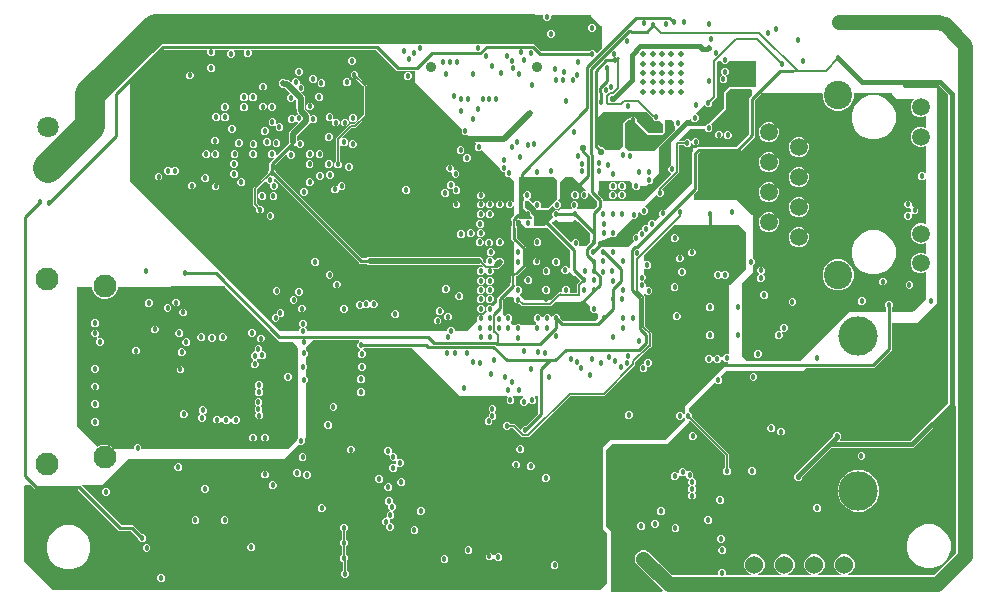
<source format=gbr>
G04 EAGLE Gerber RS-274X export*
G75*
%MOMM*%
%FSLAX34Y34*%
%LPD*%
%INCopper Layer 15*%
%IPPOS*%
%AMOC8*
5,1,8,0,0,1.08239X$1,22.5*%
G01*
G04 Define Apertures*
%ADD10C,0.508000*%
%ADD11C,3.327400*%
%ADD12C,1.524000*%
%ADD13C,1.500000*%
%ADD14C,2.400000*%
%ADD15C,0.900000*%
%ADD16C,1.800000*%
%ADD17C,1.950000*%
%ADD18C,0.457200*%
%ADD19C,0.254000*%
%ADD20C,0.152400*%
%ADD21C,0.125000*%
%ADD22C,0.508000*%
%ADD23C,0.127000*%
%ADD24C,0.500000*%
%ADD25C,1.270000*%
%ADD26C,0.381000*%
%ADD27C,0.250000*%
%ADD28C,0.553200*%
%ADD29C,2.540000*%
G36*
X452561Y249996D02*
X452802Y250159D01*
X459056Y256413D01*
X460433Y256413D01*
X460730Y256473D01*
X460980Y256645D01*
X461144Y256900D01*
X461195Y257175D01*
X461195Y259813D01*
X463129Y261747D01*
X465865Y261747D01*
X467799Y259813D01*
X467799Y256921D01*
X467859Y256624D01*
X468031Y256374D01*
X468286Y256210D01*
X468561Y256159D01*
X473583Y256159D01*
X473880Y256219D01*
X474130Y256391D01*
X474294Y256646D01*
X474345Y256921D01*
X474345Y263574D01*
X476211Y265440D01*
X476379Y265693D01*
X476434Y265979D01*
X476434Y266383D01*
X476374Y266681D01*
X476211Y266922D01*
X472846Y270287D01*
X472594Y270454D01*
X472308Y270510D01*
X470978Y270510D01*
X470946Y270515D01*
X470854Y270572D01*
X467948Y273478D01*
X467695Y273646D01*
X467397Y273701D01*
X467101Y273636D01*
X466870Y273478D01*
X465414Y272022D01*
X462678Y272022D01*
X460744Y273956D01*
X460744Y276692D01*
X462678Y278626D01*
X465414Y278626D01*
X466567Y277472D01*
X466820Y277305D01*
X467118Y277249D01*
X467414Y277314D01*
X467662Y277490D01*
X467821Y277748D01*
X467868Y278011D01*
X467868Y291784D01*
X467808Y292082D01*
X467645Y292323D01*
X449549Y310419D01*
X449296Y310586D01*
X449010Y310642D01*
X430228Y310642D01*
X430169Y310652D01*
X430147Y310663D01*
X430142Y310668D01*
X423813Y317600D01*
X423568Y317778D01*
X423273Y317847D01*
X422974Y317796D01*
X422712Y317625D01*
X422625Y317538D01*
X422458Y317285D01*
X422402Y316999D01*
X422402Y313175D01*
X422462Y312877D01*
X422625Y312636D01*
X422910Y312351D01*
X422910Y303269D01*
X422970Y302971D01*
X423133Y302730D01*
X431038Y294825D01*
X431038Y277945D01*
X423603Y270510D01*
X423164Y270510D01*
X422867Y270450D01*
X422617Y270278D01*
X422453Y270023D01*
X422402Y269748D01*
X422402Y262443D01*
X422462Y262146D01*
X422634Y261896D01*
X422889Y261732D01*
X423164Y261681D01*
X425355Y261681D01*
X427289Y259747D01*
X427289Y257011D01*
X425530Y255252D01*
X425362Y254999D01*
X425307Y254701D01*
X425372Y254405D01*
X425530Y254174D01*
X429545Y250159D01*
X429798Y249992D01*
X430084Y249936D01*
X452264Y249936D01*
X452561Y249996D01*
G37*
%LPC*%
G36*
X439068Y295656D02*
X437134Y297590D01*
X437134Y300326D01*
X439068Y302260D01*
X441804Y302260D01*
X443738Y300326D01*
X443738Y297590D01*
X441804Y295656D01*
X439068Y295656D01*
G37*
G36*
X438301Y279395D02*
X436367Y281329D01*
X436367Y284065D01*
X438301Y285999D01*
X441037Y285999D01*
X442971Y284065D01*
X442971Y281329D01*
X441037Y279395D01*
X438301Y279395D01*
G37*
G36*
X455083Y278957D02*
X453149Y280891D01*
X453149Y283627D01*
X455083Y285561D01*
X457819Y285561D01*
X459753Y283627D01*
X459753Y280891D01*
X457819Y278957D01*
X455083Y278957D01*
G37*
G36*
X446683Y271013D02*
X444749Y272947D01*
X444749Y275683D01*
X446683Y277617D01*
X449419Y277617D01*
X451353Y275683D01*
X451353Y272947D01*
X449419Y271013D01*
X446683Y271013D01*
G37*
G36*
X431194Y263398D02*
X429260Y265332D01*
X429260Y268068D01*
X431194Y270002D01*
X433930Y270002D01*
X435864Y268068D01*
X435864Y265332D01*
X433930Y263398D01*
X431194Y263398D01*
G37*
G36*
X446557Y255139D02*
X444623Y257073D01*
X444623Y259809D01*
X446557Y261743D01*
X449293Y261743D01*
X451227Y259809D01*
X451227Y257073D01*
X449293Y255139D01*
X446557Y255139D01*
G37*
%LPD*%
G36*
X517395Y294650D02*
X517435Y294677D01*
X522530Y299772D01*
X522558Y299814D01*
X522567Y299864D01*
X522556Y299913D01*
X522530Y299951D01*
X520954Y301527D01*
X520954Y304263D01*
X522888Y306197D01*
X525629Y306197D01*
X525678Y306207D01*
X525720Y306236D01*
X525747Y306278D01*
X525756Y306324D01*
X525756Y307433D01*
X527690Y309368D01*
X529209Y309368D01*
X529259Y309378D01*
X529300Y309406D01*
X529327Y309449D01*
X529336Y309495D01*
X529336Y311756D01*
X531270Y313690D01*
X534035Y313690D01*
X534085Y313700D01*
X534126Y313729D01*
X534153Y313771D01*
X534162Y313817D01*
X534162Y316074D01*
X536096Y318008D01*
X538832Y318008D01*
X539709Y317131D01*
X539751Y317103D01*
X539801Y317094D01*
X539850Y317104D01*
X539889Y317131D01*
X544056Y321298D01*
X544084Y321341D01*
X544094Y321390D01*
X544083Y321440D01*
X544056Y321478D01*
X543560Y321974D01*
X543560Y324710D01*
X545494Y326644D01*
X548230Y326644D01*
X548726Y326148D01*
X548768Y326120D01*
X548818Y326111D01*
X548867Y326121D01*
X548906Y326148D01*
X571463Y348705D01*
X571491Y348747D01*
X571500Y348795D01*
X571500Y375089D01*
X571971Y375560D01*
X571999Y375602D01*
X572008Y375650D01*
X572008Y378434D01*
X572016Y378453D01*
X572033Y378460D01*
X574819Y378460D01*
X574868Y378470D01*
X574908Y378497D01*
X576141Y379730D01*
X609109Y379730D01*
X609158Y379740D01*
X609198Y379767D01*
X619692Y390261D01*
X619720Y390303D01*
X619729Y390350D01*
X619729Y421032D01*
X622009Y423312D01*
X622037Y423354D01*
X622046Y423402D01*
X622046Y427429D01*
X622036Y427479D01*
X622009Y427519D01*
X620813Y428715D01*
X620771Y428743D01*
X620723Y428752D01*
X604065Y428752D01*
X604015Y428742D01*
X603975Y428715D01*
X600239Y424979D01*
X600211Y424937D01*
X600202Y424889D01*
X600202Y412013D01*
X600184Y411970D01*
X587060Y398846D01*
X587032Y398804D01*
X587023Y398754D01*
X587034Y398705D01*
X587060Y398667D01*
X588623Y397103D01*
X588623Y394368D01*
X586689Y392434D01*
X583954Y392434D01*
X582019Y394368D01*
X582019Y394843D01*
X582009Y394893D01*
X581981Y394934D01*
X581938Y394961D01*
X581892Y394970D01*
X569775Y394970D01*
X569725Y394960D01*
X569685Y394933D01*
X559652Y384900D01*
X559624Y384858D01*
X559615Y384808D01*
X559626Y384759D01*
X559655Y384717D01*
X559698Y384691D01*
X559742Y384683D01*
X564365Y384683D01*
X564414Y384693D01*
X564454Y384720D01*
X566068Y386334D01*
X568804Y386334D01*
X570775Y384363D01*
X570817Y384335D01*
X570867Y384325D01*
X570916Y384336D01*
X570958Y384365D01*
X570984Y384408D01*
X570992Y384452D01*
X570992Y385534D01*
X572926Y387468D01*
X575662Y387468D01*
X577596Y385534D01*
X577596Y382798D01*
X575662Y380864D01*
X572926Y380864D01*
X570955Y382835D01*
X570913Y382863D01*
X570863Y382873D01*
X570814Y382862D01*
X570772Y382833D01*
X570746Y382790D01*
X570738Y382746D01*
X570738Y381664D01*
X568804Y379730D01*
X566068Y379730D01*
X564454Y381344D01*
X564412Y381372D01*
X564365Y381381D01*
X560412Y381381D01*
X560362Y381371D01*
X560320Y381342D01*
X560293Y381300D01*
X560285Y381254D01*
X560285Y357798D01*
X546216Y343729D01*
X546188Y343687D01*
X546179Y343637D01*
X546190Y343588D01*
X546216Y343550D01*
X547450Y342316D01*
X547450Y339580D01*
X545516Y337646D01*
X542780Y337646D01*
X541268Y339158D01*
X541226Y339186D01*
X541176Y339196D01*
X541127Y339185D01*
X541088Y339158D01*
X531077Y329147D01*
X531049Y329105D01*
X531040Y329055D01*
X531051Y329006D01*
X531080Y328964D01*
X531123Y328938D01*
X531167Y328930D01*
X532228Y328930D01*
X534162Y326996D01*
X534162Y324260D01*
X532228Y322326D01*
X529492Y322326D01*
X527558Y324260D01*
X527558Y325321D01*
X527548Y325371D01*
X527519Y325413D01*
X527477Y325440D01*
X527427Y325448D01*
X527378Y325437D01*
X527341Y325411D01*
X525284Y323354D01*
X525256Y323312D01*
X525247Y323262D01*
X525257Y323212D01*
X525272Y323191D01*
X525272Y320450D01*
X523338Y318516D01*
X520596Y318516D01*
X520572Y318532D01*
X520522Y318542D01*
X520473Y318531D01*
X520434Y318504D01*
X508079Y306149D01*
X508051Y306107D01*
X508042Y306059D01*
X508042Y305262D01*
X506108Y303328D01*
X503372Y303328D01*
X503230Y303471D01*
X503187Y303498D01*
X503138Y303508D01*
X503094Y303499D01*
X491810Y299159D01*
X491768Y299132D01*
X491739Y299091D01*
X491729Y299041D01*
X491729Y297561D01*
X491728Y297560D01*
X491719Y297510D01*
X491729Y297461D01*
X491756Y297422D01*
X494501Y294677D01*
X494543Y294649D01*
X494591Y294640D01*
X517345Y294640D01*
X517395Y294650D01*
G37*
%LPC*%
G36*
X592542Y386784D02*
X590608Y388718D01*
X590608Y391454D01*
X592542Y393388D01*
X595278Y393388D01*
X597212Y391454D01*
X597212Y388718D01*
X595278Y386784D01*
X592542Y386784D01*
G37*
G36*
X600151Y386129D02*
X598217Y388064D01*
X598217Y390799D01*
X600151Y392733D01*
X602886Y392733D01*
X604821Y390799D01*
X604821Y388064D01*
X602886Y386129D01*
X600151Y386129D01*
G37*
%LPD*%
G36*
X481892Y295706D02*
X482093Y295842D01*
X484446Y298195D01*
X484586Y298406D01*
X484632Y298644D01*
X484632Y306892D01*
X484582Y307140D01*
X484446Y307341D01*
X475751Y316036D01*
X475540Y316176D01*
X475295Y316222D01*
X452892Y315967D01*
X452645Y315914D01*
X452438Y315769D01*
X452305Y315555D01*
X452265Y315305D01*
X452326Y315060D01*
X452451Y314884D01*
X468354Y298980D01*
X468565Y298841D01*
X468813Y298794D01*
X469060Y298849D01*
X469266Y298995D01*
X469399Y299210D01*
X469438Y299429D01*
X469438Y299998D01*
X471372Y301932D01*
X474108Y301932D01*
X476042Y299998D01*
X476042Y297262D01*
X475520Y296740D01*
X475380Y296529D01*
X475334Y296281D01*
X475388Y296034D01*
X475534Y295828D01*
X475749Y295695D01*
X475969Y295656D01*
X481644Y295656D01*
X481892Y295706D01*
G37*
G36*
X530917Y334080D02*
X530957Y334107D01*
X553683Y356833D01*
X553711Y356875D01*
X553720Y356923D01*
X553720Y357171D01*
X553710Y357221D01*
X553681Y357262D01*
X553639Y357289D01*
X553593Y357298D01*
X553329Y357298D01*
X551395Y359232D01*
X551395Y361968D01*
X553329Y363902D01*
X553593Y363902D01*
X553643Y363912D01*
X553684Y363941D01*
X553711Y363983D01*
X553720Y364029D01*
X553720Y384023D01*
X553738Y384066D01*
X566910Y397238D01*
X566953Y397256D01*
X582119Y397256D01*
X582169Y397266D01*
X582209Y397293D01*
X583954Y399038D01*
X585167Y399038D01*
X585217Y399048D01*
X585257Y399075D01*
X598641Y412459D01*
X598669Y412501D01*
X598678Y412549D01*
X598678Y425679D01*
X598696Y425722D01*
X603232Y430258D01*
X603275Y430276D01*
X625221Y430276D01*
X625271Y430286D01*
X625312Y430315D01*
X625339Y430357D01*
X625348Y430403D01*
X625348Y452501D01*
X625338Y452551D01*
X625309Y452592D01*
X625267Y452619D01*
X625221Y452628D01*
X602869Y452628D01*
X602819Y452618D01*
X602778Y452589D01*
X602751Y452547D01*
X602742Y452501D01*
X602742Y452022D01*
X600808Y450088D01*
X598072Y450088D01*
X596138Y452022D01*
X596138Y452501D01*
X596128Y452551D01*
X596099Y452592D01*
X596057Y452619D01*
X596011Y452628D01*
X593651Y452628D01*
X593601Y452618D01*
X593561Y452591D01*
X592365Y451395D01*
X592337Y451353D01*
X592328Y451305D01*
X592328Y425729D01*
X592310Y425686D01*
X592111Y425487D01*
X592083Y425445D01*
X592074Y425397D01*
X592074Y421158D01*
X588555Y417639D01*
X588527Y417597D01*
X588518Y417549D01*
X588518Y415446D01*
X586584Y413512D01*
X583848Y413512D01*
X582082Y415278D01*
X582040Y415306D01*
X581990Y415316D01*
X581941Y415305D01*
X581902Y415278D01*
X574257Y407633D01*
X574229Y407591D01*
X574220Y407541D01*
X574231Y407492D01*
X574260Y407450D01*
X574303Y407424D01*
X574347Y407416D01*
X574900Y407416D01*
X576834Y405482D01*
X576834Y402746D01*
X574900Y400812D01*
X572164Y400812D01*
X570230Y402746D01*
X570230Y403299D01*
X570220Y403349D01*
X570191Y403391D01*
X570149Y403418D01*
X570099Y403426D01*
X570050Y403415D01*
X570013Y403389D01*
X568724Y402100D01*
X568681Y402082D01*
X566473Y402082D01*
X566423Y402072D01*
X566383Y402045D01*
X562647Y398309D01*
X562619Y398267D01*
X562610Y398219D01*
X562610Y398174D01*
X560676Y396240D01*
X560631Y396240D01*
X560581Y396230D01*
X560541Y396203D01*
X543343Y379005D01*
X543315Y378963D01*
X543306Y378915D01*
X543306Y357911D01*
X543288Y357868D01*
X538227Y352807D01*
X538199Y352765D01*
X538190Y352717D01*
X538190Y350314D01*
X536256Y348379D01*
X533852Y348379D01*
X533802Y348369D01*
X533762Y348342D01*
X532148Y346728D01*
X532105Y346710D01*
X527601Y346710D01*
X527551Y346700D01*
X527510Y346671D01*
X527483Y346629D01*
X527474Y346583D01*
X527474Y345164D01*
X525540Y343230D01*
X522804Y343230D01*
X520870Y345164D01*
X520870Y347900D01*
X521370Y348400D01*
X521398Y348442D01*
X521408Y348492D01*
X521397Y348541D01*
X521370Y348580D01*
X519128Y350822D01*
X519086Y350850D01*
X519040Y350859D01*
X492888Y351147D01*
X492839Y351137D01*
X492797Y351109D01*
X492769Y351067D01*
X492760Y351020D01*
X492760Y342925D01*
X492742Y342882D01*
X491397Y341537D01*
X491369Y341495D01*
X491360Y341447D01*
X491360Y339712D01*
X491370Y339662D01*
X491397Y339622D01*
X495574Y335445D01*
X495574Y335185D01*
X495584Y335135D01*
X495611Y335095D01*
X496599Y334107D01*
X496641Y334079D01*
X496689Y334070D01*
X530867Y334070D01*
X530917Y334080D01*
G37*
%LPC*%
G36*
X596548Y433832D02*
X594614Y435766D01*
X594614Y438502D01*
X596548Y440436D01*
X597512Y440436D01*
X597561Y440446D01*
X597603Y440475D01*
X597630Y440517D01*
X597639Y440567D01*
X597627Y440616D01*
X597601Y440653D01*
X596138Y442116D01*
X596138Y444852D01*
X598072Y446786D01*
X600808Y446786D01*
X602742Y444852D01*
X602742Y442116D01*
X600808Y440182D01*
X599844Y440182D01*
X599795Y440172D01*
X599753Y440143D01*
X599726Y440101D01*
X599717Y440051D01*
X599729Y440002D01*
X599755Y439965D01*
X601218Y438502D01*
X601218Y435766D01*
X599284Y433832D01*
X596548Y433832D01*
G37*
G36*
X503010Y343281D02*
X501076Y345215D01*
X501076Y347951D01*
X503010Y349885D01*
X505746Y349885D01*
X507680Y347951D01*
X507680Y345215D01*
X505746Y343281D01*
X503010Y343281D01*
G37*
G36*
X510950Y343154D02*
X509016Y345088D01*
X509016Y347824D01*
X510950Y349758D01*
X513686Y349758D01*
X515620Y347824D01*
X515620Y345088D01*
X513686Y343154D01*
X510950Y343154D01*
G37*
G36*
X510762Y335722D02*
X508828Y337656D01*
X508828Y340392D01*
X510762Y342326D01*
X513498Y342326D01*
X515432Y340392D01*
X515432Y337656D01*
X513498Y335722D01*
X510762Y335722D01*
G37*
G36*
X502822Y335407D02*
X500888Y337341D01*
X500888Y340077D01*
X502822Y342011D01*
X505558Y342011D01*
X507492Y340077D01*
X507492Y337341D01*
X505558Y335407D01*
X502822Y335407D01*
G37*
%LPD*%
G36*
X238307Y223640D02*
X238432Y223726D01*
X238514Y223854D01*
X238540Y223991D01*
X238540Y225135D01*
X240048Y226643D01*
X240131Y226770D01*
X240159Y226919D01*
X240127Y227067D01*
X240048Y227182D01*
X238818Y228412D01*
X238818Y231148D01*
X240752Y233082D01*
X243487Y233082D01*
X245422Y231148D01*
X245422Y228412D01*
X243914Y226904D01*
X243830Y226778D01*
X243802Y226629D01*
X243835Y226481D01*
X243914Y226365D01*
X245144Y225135D01*
X245144Y223991D01*
X245174Y223842D01*
X245260Y223717D01*
X245387Y223636D01*
X245525Y223610D01*
X363818Y223610D01*
X363967Y223640D01*
X364092Y223726D01*
X364174Y223854D01*
X364199Y223991D01*
X364199Y225252D01*
X366133Y227186D01*
X368869Y227186D01*
X370803Y225252D01*
X370803Y223991D01*
X370833Y223842D01*
X370919Y223717D01*
X371047Y223636D01*
X371184Y223610D01*
X380932Y223610D01*
X381081Y223640D01*
X381202Y223722D01*
X389535Y232055D01*
X389619Y232182D01*
X389647Y232331D01*
X389614Y232479D01*
X389535Y232594D01*
X389128Y233001D01*
X389128Y235737D01*
X391062Y237671D01*
X393798Y237671D01*
X394205Y237264D01*
X394331Y237180D01*
X394480Y237152D01*
X394629Y237185D01*
X394744Y237264D01*
X397446Y239966D01*
X397529Y240092D01*
X397557Y240241D01*
X397525Y240389D01*
X397446Y240505D01*
X396748Y241202D01*
X396748Y243938D01*
X398682Y245872D01*
X401418Y245872D01*
X402115Y245174D01*
X402242Y245091D01*
X402391Y245063D01*
X402539Y245095D01*
X402654Y245174D01*
X406034Y248554D01*
X406118Y248681D01*
X406146Y248824D01*
X406146Y251645D01*
X417464Y262963D01*
X417548Y263090D01*
X417576Y263233D01*
X417576Y264091D01*
X418099Y264614D01*
X418183Y264741D01*
X418211Y264884D01*
X418211Y270686D01*
X420258Y272733D01*
X420342Y272860D01*
X420370Y273003D01*
X420370Y298869D01*
X420340Y299018D01*
X420258Y299139D01*
X418338Y301059D01*
X418338Y312351D01*
X418861Y312874D01*
X418945Y313001D01*
X418973Y313144D01*
X418973Y317030D01*
X418943Y317179D01*
X418861Y317300D01*
X418338Y317823D01*
X418338Y319717D01*
X420258Y321637D01*
X420342Y321764D01*
X420370Y321907D01*
X420370Y328928D01*
X420340Y329077D01*
X420254Y329202D01*
X420126Y329284D01*
X419977Y329309D01*
X419829Y329274D01*
X419720Y329198D01*
X418158Y327637D01*
X415423Y327637D01*
X413489Y329571D01*
X413489Y332306D01*
X415423Y334241D01*
X418158Y334241D01*
X419720Y332679D01*
X419846Y332595D01*
X419995Y332568D01*
X420143Y332600D01*
X420267Y332688D01*
X420347Y332817D01*
X420370Y332949D01*
X420370Y350616D01*
X420340Y350765D01*
X420258Y350886D01*
X417266Y353878D01*
X417139Y353962D01*
X416996Y353990D01*
X414870Y353990D01*
X412936Y355924D01*
X412936Y358050D01*
X412906Y358199D01*
X412824Y358320D01*
X412725Y358419D01*
X412598Y358503D01*
X412455Y358531D01*
X411001Y358531D01*
X409067Y360465D01*
X409067Y361919D01*
X409037Y362068D01*
X408955Y362189D01*
X393816Y377328D01*
X393690Y377411D01*
X393541Y377439D01*
X393393Y377407D01*
X393277Y377328D01*
X392130Y376180D01*
X389394Y376180D01*
X387460Y378114D01*
X387460Y380850D01*
X388608Y381997D01*
X388691Y382124D01*
X388719Y382273D01*
X388687Y382421D01*
X388608Y382536D01*
X381343Y389801D01*
X381217Y389884D01*
X381068Y389912D01*
X380920Y389880D01*
X380915Y389876D01*
X378145Y389876D01*
X376210Y391810D01*
X376210Y394584D01*
X376219Y394597D01*
X376246Y394746D01*
X376214Y394894D01*
X376135Y395009D01*
X336581Y434563D01*
X336553Y434609D01*
X336550Y434625D01*
X336550Y443611D01*
X336520Y443760D01*
X336434Y443885D01*
X336306Y443966D01*
X336169Y443992D01*
X321633Y443992D01*
X304133Y461492D01*
X304006Y461576D01*
X303863Y461604D01*
X198181Y461604D01*
X198032Y461574D01*
X197907Y461488D01*
X197825Y461360D01*
X197800Y461211D01*
X197835Y461063D01*
X197911Y460954D01*
X198358Y460507D01*
X198358Y457771D01*
X196424Y455837D01*
X193688Y455837D01*
X191754Y457771D01*
X191754Y460507D01*
X192201Y460954D01*
X192285Y461080D01*
X192312Y461229D01*
X192280Y461377D01*
X192192Y461501D01*
X192063Y461581D01*
X191931Y461604D01*
X183731Y461604D01*
X183582Y461574D01*
X183457Y461488D01*
X183375Y461360D01*
X183350Y461211D01*
X183385Y461063D01*
X183461Y460954D01*
X184438Y459977D01*
X184438Y457241D01*
X182504Y455307D01*
X179768Y455307D01*
X177834Y457241D01*
X177834Y459977D01*
X178811Y460954D01*
X178895Y461080D01*
X178922Y461229D01*
X178890Y461377D01*
X178802Y461501D01*
X178673Y461581D01*
X178541Y461604D01*
X168063Y461604D01*
X167914Y461574D01*
X167789Y461488D01*
X167708Y461360D01*
X167682Y461223D01*
X167682Y458499D01*
X165748Y456565D01*
X163012Y456565D01*
X161078Y458499D01*
X161078Y461223D01*
X161048Y461372D01*
X160962Y461497D01*
X160834Y461578D01*
X160697Y461604D01*
X123984Y461604D01*
X123836Y461574D01*
X123715Y461492D01*
X95616Y433393D01*
X95532Y433267D01*
X95504Y433124D01*
X95504Y350678D01*
X95534Y350529D01*
X95616Y350408D01*
X222302Y223722D01*
X222429Y223638D01*
X222572Y223610D01*
X238159Y223610D01*
X238307Y223640D01*
G37*
%LPC*%
G36*
X281842Y449326D02*
X279908Y451260D01*
X279908Y453996D01*
X281842Y455930D01*
X284578Y455930D01*
X286512Y453996D01*
X286512Y451260D01*
X284578Y449326D01*
X281842Y449326D01*
G37*
G36*
X162958Y443218D02*
X161024Y445152D01*
X161024Y447888D01*
X162958Y449822D01*
X165694Y449822D01*
X167628Y447888D01*
X167628Y445152D01*
X165694Y443218D01*
X162958Y443218D01*
G37*
G36*
X237438Y439890D02*
X235504Y441824D01*
X235504Y444560D01*
X237438Y446494D01*
X240174Y446494D01*
X242108Y444560D01*
X242108Y441824D01*
X240174Y439890D01*
X237438Y439890D01*
G37*
G36*
X270278Y361687D02*
X268344Y363622D01*
X268344Y366357D01*
X269883Y367897D01*
X269967Y368023D01*
X269995Y368166D01*
X269995Y387138D01*
X281510Y398653D01*
X284908Y398653D01*
X285057Y398683D01*
X285178Y398765D01*
X293131Y406718D01*
X293215Y406845D01*
X293243Y406988D01*
X293243Y430704D01*
X293213Y430853D01*
X293131Y430974D01*
X286575Y437530D01*
X286448Y437614D01*
X286305Y437642D01*
X284128Y437642D01*
X282194Y439576D01*
X282194Y442312D01*
X284128Y444246D01*
X286864Y444246D01*
X288798Y442312D01*
X288798Y440135D01*
X288828Y439986D01*
X288910Y439865D01*
X296545Y432230D01*
X296545Y405462D01*
X286434Y395351D01*
X283036Y395351D01*
X282887Y395321D01*
X282766Y395239D01*
X275156Y387629D01*
X275073Y387503D01*
X275045Y387354D01*
X275077Y387206D01*
X275165Y387082D01*
X275294Y387002D01*
X275426Y386979D01*
X277974Y386979D01*
X279908Y385045D01*
X279908Y382309D01*
X277974Y380375D01*
X275238Y380375D01*
X273947Y381666D01*
X273821Y381750D01*
X273672Y381777D01*
X273524Y381745D01*
X273400Y381657D01*
X273320Y381528D01*
X273297Y381396D01*
X273297Y368166D01*
X273327Y368017D01*
X273409Y367897D01*
X274948Y366357D01*
X274948Y363622D01*
X273014Y361687D01*
X270278Y361687D01*
G37*
G36*
X144682Y436880D02*
X142748Y438814D01*
X142748Y441550D01*
X144682Y443484D01*
X147418Y443484D01*
X149352Y441550D01*
X149352Y438814D01*
X147418Y436880D01*
X144682Y436880D01*
G37*
G36*
X329340Y436372D02*
X327406Y438306D01*
X327406Y441042D01*
X329340Y442976D01*
X332076Y442976D01*
X334010Y441042D01*
X334010Y438306D01*
X332076Y436372D01*
X329340Y436372D01*
G37*
G36*
X249214Y433749D02*
X247280Y435683D01*
X247280Y438419D01*
X249214Y440353D01*
X251950Y440353D01*
X253884Y438419D01*
X253884Y435683D01*
X251950Y433749D01*
X249214Y433749D01*
G37*
G36*
X277789Y431049D02*
X275855Y432983D01*
X275855Y435719D01*
X277789Y437653D01*
X280525Y437653D01*
X282459Y435719D01*
X282459Y432983D01*
X280525Y431049D01*
X277789Y431049D01*
G37*
G36*
X398682Y271145D02*
X396748Y273079D01*
X396748Y275815D01*
X397016Y276083D01*
X397100Y276209D01*
X397127Y276358D01*
X397095Y276506D01*
X397007Y276630D01*
X396878Y276710D01*
X396746Y276733D01*
X395861Y276733D01*
X395712Y276703D01*
X395587Y276617D01*
X395505Y276489D01*
X395480Y276340D01*
X395515Y276192D01*
X395591Y276083D01*
X395732Y275942D01*
X395732Y273206D01*
X393798Y271272D01*
X391062Y271272D01*
X389128Y273206D01*
X389128Y275942D01*
X391062Y277876D01*
X393747Y277876D01*
X393896Y277906D01*
X394021Y277992D01*
X394103Y278120D01*
X394128Y278269D01*
X394093Y278417D01*
X394017Y278526D01*
X393001Y279542D01*
X392874Y279626D01*
X392731Y279654D01*
X296832Y279654D01*
X295673Y280812D01*
X295547Y280896D01*
X295404Y280924D01*
X290137Y280924D01*
X218127Y352934D01*
X218001Y353018D01*
X217852Y353046D01*
X217703Y353013D01*
X217580Y352925D01*
X217500Y352796D01*
X217477Y352665D01*
X217477Y350333D01*
X217507Y350184D01*
X217593Y350059D01*
X217720Y349978D01*
X217858Y349952D01*
X218702Y349952D01*
X220636Y348018D01*
X220636Y345282D01*
X218702Y343348D01*
X215966Y343348D01*
X214032Y345282D01*
X214032Y348160D01*
X214002Y348308D01*
X213916Y348433D01*
X213788Y348515D01*
X213651Y348541D01*
X212807Y348541D01*
X210873Y350475D01*
X210873Y350911D01*
X210842Y351060D01*
X210757Y351185D01*
X210629Y351267D01*
X210479Y351292D01*
X210332Y351257D01*
X210222Y351181D01*
X202931Y343889D01*
X202847Y343763D01*
X202819Y343620D01*
X202819Y331804D01*
X202849Y331655D01*
X202931Y331534D01*
X204407Y330058D01*
X204534Y329974D01*
X204677Y329946D01*
X206854Y329946D01*
X208788Y328012D01*
X208788Y325276D01*
X206854Y323342D01*
X204118Y323342D01*
X202184Y325276D01*
X202184Y327453D01*
X202154Y327602D01*
X202072Y327723D01*
X199517Y330278D01*
X199517Y345145D01*
X212140Y357768D01*
X212223Y357894D01*
X212251Y358037D01*
X212251Y359004D01*
X213103Y359855D01*
X213187Y359982D01*
X213214Y360125D01*
X213214Y365837D01*
X217014Y369636D01*
X217098Y369763D01*
X217126Y369912D01*
X217093Y370060D01*
X217005Y370184D01*
X216876Y370263D01*
X216745Y370287D01*
X214418Y370287D01*
X212484Y372221D01*
X212484Y374956D01*
X214418Y376891D01*
X217154Y376891D01*
X219088Y374956D01*
X219088Y372630D01*
X219118Y372481D01*
X219204Y372356D01*
X219332Y372275D01*
X219481Y372249D01*
X219629Y372284D01*
X219738Y372361D01*
X229975Y382598D01*
X230059Y382724D01*
X230087Y382867D01*
X230087Y391954D01*
X237914Y399781D01*
X237997Y399907D01*
X238025Y400056D01*
X237993Y400204D01*
X237905Y400328D01*
X237776Y400408D01*
X237644Y400431D01*
X236958Y400431D01*
X235736Y401653D01*
X235609Y401737D01*
X235460Y401765D01*
X235312Y401732D01*
X235197Y401653D01*
X233594Y400050D01*
X230858Y400050D01*
X228924Y401984D01*
X228924Y404720D01*
X230858Y406654D01*
X233594Y406654D01*
X234816Y405432D01*
X234942Y405348D01*
X235091Y405320D01*
X235239Y405353D01*
X235355Y405432D01*
X236958Y407035D01*
X237390Y407035D01*
X237539Y407065D01*
X237664Y407151D01*
X237746Y407279D01*
X237771Y407428D01*
X237736Y407576D01*
X237660Y407685D01*
X236456Y408889D01*
X236456Y411645D01*
X236426Y411794D01*
X236416Y411808D01*
X236416Y419654D01*
X236386Y419802D01*
X236305Y419923D01*
X235598Y420629D01*
X235472Y420713D01*
X235323Y420741D01*
X235175Y420708D01*
X235051Y420621D01*
X234971Y420491D01*
X234948Y420360D01*
X234948Y419981D01*
X233014Y418047D01*
X230278Y418047D01*
X228344Y419981D01*
X228344Y422716D01*
X230278Y424651D01*
X230657Y424651D01*
X230806Y424681D01*
X230931Y424767D01*
X231013Y424894D01*
X231038Y425044D01*
X231003Y425191D01*
X230927Y425301D01*
X227079Y429148D01*
X226953Y429232D01*
X226810Y429260D01*
X224371Y429260D01*
X221634Y431997D01*
X221634Y434943D01*
X223717Y437026D01*
X226663Y437026D01*
X227205Y436484D01*
X227332Y436400D01*
X227475Y436372D01*
X229914Y436372D01*
X231760Y434526D01*
X231886Y434442D01*
X232035Y434414D01*
X232183Y434447D01*
X232307Y434535D01*
X232387Y434664D01*
X232410Y434795D01*
X232410Y435708D01*
X234344Y437642D01*
X237080Y437642D01*
X239014Y435708D01*
X239014Y433294D01*
X239044Y433145D01*
X239130Y433020D01*
X239258Y432938D01*
X239395Y432913D01*
X241276Y432913D01*
X243210Y430978D01*
X243210Y428243D01*
X241276Y426309D01*
X240897Y426309D01*
X240748Y426278D01*
X240623Y426193D01*
X240541Y426065D01*
X240516Y425915D01*
X240551Y425768D01*
X240627Y425658D01*
X243528Y422757D01*
X243528Y411919D01*
X243558Y411771D01*
X243640Y411650D01*
X247824Y407466D01*
X247824Y406068D01*
X247854Y405919D01*
X247940Y405794D01*
X248068Y405712D01*
X248217Y405687D01*
X248365Y405722D01*
X248474Y405798D01*
X249330Y406654D01*
X252066Y406654D01*
X254000Y404720D01*
X254000Y401984D01*
X252066Y400050D01*
X249330Y400050D01*
X248474Y400906D01*
X248348Y400990D01*
X248199Y401017D01*
X248051Y400985D01*
X247927Y400897D01*
X247847Y400768D01*
X247824Y400636D01*
X247824Y399746D01*
X237231Y389153D01*
X237147Y389027D01*
X237119Y388884D01*
X237119Y385146D01*
X237149Y384997D01*
X237235Y384872D01*
X237363Y384790D01*
X237512Y384765D01*
X237660Y384800D01*
X237769Y384876D01*
X238453Y385560D01*
X241189Y385560D01*
X243123Y383626D01*
X243123Y380890D01*
X241189Y378956D01*
X238453Y378956D01*
X236435Y380975D01*
X236308Y381058D01*
X236159Y381086D01*
X236011Y381054D01*
X235896Y380975D01*
X235059Y380138D01*
X234140Y380138D01*
X233991Y380108D01*
X233870Y380027D01*
X230786Y376942D01*
X230702Y376815D01*
X230674Y376666D01*
X230707Y376518D01*
X230794Y376395D01*
X230923Y376315D01*
X231055Y376291D01*
X233014Y376291D01*
X234948Y374357D01*
X234948Y371622D01*
X233014Y369687D01*
X230278Y369687D01*
X228344Y371622D01*
X228344Y373581D01*
X228314Y373729D01*
X228228Y373854D01*
X228100Y373936D01*
X227951Y373961D01*
X227803Y373926D01*
X227694Y373850D01*
X217898Y364054D01*
X217814Y363928D01*
X217786Y363785D01*
X217786Y360406D01*
X217817Y360258D01*
X217839Y360224D01*
X217839Y360178D01*
X217869Y360029D01*
X217951Y359908D01*
X218855Y359004D01*
X218855Y358829D01*
X218885Y358681D01*
X218967Y358560D01*
X291919Y285608D01*
X292046Y285524D01*
X292189Y285496D01*
X295404Y285496D01*
X295552Y285526D01*
X295673Y285608D01*
X296832Y286766D01*
X392633Y286766D01*
X394716Y284683D01*
X394716Y282655D01*
X394746Y282506D01*
X394828Y282385D01*
X397066Y280147D01*
X397193Y280063D01*
X397336Y280035D01*
X397381Y280035D01*
X397530Y280065D01*
X397655Y280151D01*
X397737Y280279D01*
X397762Y280428D01*
X397727Y280576D01*
X397651Y280685D01*
X396748Y281588D01*
X396748Y284324D01*
X398682Y286258D01*
X401418Y286258D01*
X403352Y284324D01*
X403352Y283006D01*
X403382Y282858D01*
X403468Y282733D01*
X403596Y282651D01*
X403745Y282625D01*
X403893Y282660D01*
X404002Y282737D01*
X406878Y285613D01*
X406895Y285613D01*
X406913Y285616D01*
X409792Y285616D01*
X411828Y283580D01*
X411838Y283566D01*
X411851Y283553D01*
X411851Y280640D01*
X407308Y276098D01*
X404396Y276098D01*
X403872Y276621D01*
X403746Y276705D01*
X403603Y276733D01*
X403354Y276733D01*
X403205Y276703D01*
X403080Y276617D01*
X402998Y276489D01*
X402973Y276340D01*
X403008Y276192D01*
X403084Y276083D01*
X403352Y275815D01*
X403352Y273079D01*
X401418Y271145D01*
X398682Y271145D01*
G37*
G36*
X256188Y430276D02*
X254254Y432210D01*
X254254Y434946D01*
X256188Y436880D01*
X258924Y436880D01*
X260858Y434946D01*
X260858Y432210D01*
X258924Y430276D01*
X256188Y430276D01*
G37*
G36*
X206658Y427482D02*
X204724Y429416D01*
X204724Y432152D01*
X206658Y434086D01*
X209394Y434086D01*
X211328Y432152D01*
X211328Y429416D01*
X209394Y427482D01*
X206658Y427482D01*
G37*
G36*
X254278Y418601D02*
X252344Y420535D01*
X252344Y423270D01*
X254278Y425205D01*
X257014Y425205D01*
X258948Y423270D01*
X258948Y420535D01*
X257014Y418601D01*
X254278Y418601D01*
G37*
G36*
X198276Y418338D02*
X196342Y420272D01*
X196342Y423008D01*
X198276Y424942D01*
X201012Y424942D01*
X202946Y423008D01*
X202946Y420272D01*
X201012Y418338D01*
X198276Y418338D01*
G37*
G36*
X190599Y418280D02*
X188664Y420215D01*
X188664Y422950D01*
X190599Y424884D01*
X193334Y424884D01*
X195268Y422950D01*
X195268Y420215D01*
X193334Y418280D01*
X190599Y418280D01*
G37*
G36*
X246278Y410601D02*
X244344Y412535D01*
X244344Y415270D01*
X246278Y417205D01*
X249014Y417205D01*
X250948Y415270D01*
X250948Y412535D01*
X249014Y410601D01*
X246278Y410601D01*
G37*
G36*
X206410Y410469D02*
X204475Y412404D01*
X204475Y415139D01*
X206410Y417073D01*
X209145Y417073D01*
X211079Y415139D01*
X211079Y412404D01*
X209145Y410469D01*
X206410Y410469D01*
G37*
G36*
X214601Y410278D02*
X212666Y412213D01*
X212666Y414948D01*
X214601Y416882D01*
X217336Y416882D01*
X219270Y414948D01*
X219270Y412213D01*
X217336Y410278D01*
X214601Y410278D01*
G37*
G36*
X174421Y410189D02*
X172487Y412124D01*
X172487Y414859D01*
X174421Y416793D01*
X177156Y416793D01*
X179091Y414859D01*
X179091Y412124D01*
X177156Y410189D01*
X174421Y410189D01*
G37*
G36*
X190610Y409910D02*
X188676Y411844D01*
X188676Y414579D01*
X190610Y416514D01*
X193345Y416514D01*
X195280Y414579D01*
X195280Y411844D01*
X193345Y409910D01*
X190610Y409910D01*
G37*
G36*
X167130Y401748D02*
X165196Y403683D01*
X165196Y406418D01*
X167130Y408352D01*
X169866Y408352D01*
X171800Y406418D01*
X171800Y403683D01*
X169866Y401748D01*
X167130Y401748D01*
G37*
G36*
X268380Y397002D02*
X266446Y398936D01*
X266446Y401318D01*
X266416Y401467D01*
X266330Y401592D01*
X266202Y401674D01*
X266053Y401699D01*
X265905Y401664D01*
X265796Y401588D01*
X265782Y401574D01*
X263046Y401574D01*
X261112Y403508D01*
X261112Y406244D01*
X263046Y408178D01*
X265782Y408178D01*
X267716Y406244D01*
X267716Y403862D01*
X267746Y403713D01*
X267832Y403588D01*
X267960Y403506D01*
X268109Y403481D01*
X268257Y403516D01*
X268366Y403592D01*
X268380Y403606D01*
X271116Y403606D01*
X273050Y401672D01*
X273050Y398936D01*
X271116Y397002D01*
X268380Y397002D01*
G37*
G36*
X174605Y401574D02*
X172671Y403508D01*
X172671Y406244D01*
X174605Y408178D01*
X177341Y408178D01*
X179275Y406244D01*
X179275Y403508D01*
X177341Y401574D01*
X174605Y401574D01*
G37*
G36*
X282858Y400812D02*
X280924Y402746D01*
X280924Y405482D01*
X282858Y407416D01*
X285594Y407416D01*
X287528Y405482D01*
X287528Y402746D01*
X285594Y400812D01*
X282858Y400812D01*
G37*
G36*
X220628Y392938D02*
X218694Y394872D01*
X218694Y397572D01*
X218664Y397721D01*
X218578Y397846D01*
X218450Y397928D01*
X218301Y397953D01*
X218153Y397918D01*
X218044Y397842D01*
X217413Y397211D01*
X214677Y397211D01*
X212743Y399145D01*
X212743Y401881D01*
X214677Y403815D01*
X217413Y403815D01*
X219347Y401881D01*
X219347Y399180D01*
X219377Y399032D01*
X219463Y398907D01*
X219591Y398825D01*
X219740Y398800D01*
X219888Y398835D01*
X219997Y398911D01*
X220628Y399542D01*
X223364Y399542D01*
X225298Y397608D01*
X225298Y394872D01*
X223364Y392938D01*
X220628Y392938D01*
G37*
G36*
X276000Y397002D02*
X274066Y398936D01*
X274066Y401672D01*
X276000Y403606D01*
X278736Y403606D01*
X280670Y401672D01*
X280670Y398936D01*
X278736Y397002D01*
X276000Y397002D01*
G37*
G36*
X180793Y391765D02*
X178859Y393699D01*
X178859Y396435D01*
X180793Y398369D01*
X183528Y398369D01*
X185463Y396435D01*
X185463Y393699D01*
X183528Y391765D01*
X180793Y391765D01*
G37*
G36*
X208182Y389753D02*
X206248Y391687D01*
X206248Y394423D01*
X208182Y396357D01*
X210918Y396357D01*
X212852Y394423D01*
X212852Y391687D01*
X210918Y389753D01*
X208182Y389753D01*
G37*
G36*
X262284Y384810D02*
X260350Y386744D01*
X260350Y389480D01*
X262284Y391414D01*
X265020Y391414D01*
X266954Y389480D01*
X266954Y386744D01*
X265020Y384810D01*
X262284Y384810D01*
G37*
G36*
X166018Y381762D02*
X164084Y383696D01*
X164084Y386432D01*
X166018Y388366D01*
X168754Y388366D01*
X170688Y386432D01*
X170688Y383696D01*
X168754Y381762D01*
X166018Y381762D01*
G37*
G36*
X210304Y380402D02*
X208370Y382336D01*
X208370Y385072D01*
X210304Y387006D01*
X213040Y387006D01*
X214974Y385072D01*
X214974Y382336D01*
X213040Y380402D01*
X210304Y380402D01*
G37*
G36*
X186078Y379732D02*
X184144Y381666D01*
X184144Y384402D01*
X186078Y386336D01*
X188814Y386336D01*
X190748Y384402D01*
X190748Y381666D01*
X188814Y379732D01*
X186078Y379732D01*
G37*
G36*
X218088Y379478D02*
X216154Y381412D01*
X216154Y384148D01*
X218088Y386082D01*
X220824Y386082D01*
X222758Y384148D01*
X222758Y381412D01*
X220824Y379478D01*
X218088Y379478D01*
G37*
G36*
X198660Y378831D02*
X196726Y380766D01*
X196726Y383501D01*
X198660Y385435D01*
X201396Y385435D01*
X203330Y383501D01*
X203330Y380766D01*
X201396Y378831D01*
X198660Y378831D01*
G37*
G36*
X282661Y378517D02*
X280727Y380451D01*
X280727Y383187D01*
X282661Y385121D01*
X285397Y385121D01*
X287331Y383187D01*
X287331Y380451D01*
X285397Y378517D01*
X282661Y378517D01*
G37*
G36*
X373962Y373748D02*
X372028Y375682D01*
X372028Y378418D01*
X373962Y380352D01*
X376698Y380352D01*
X378632Y378418D01*
X378632Y375682D01*
X376698Y373748D01*
X373962Y373748D01*
G37*
G36*
X246282Y370332D02*
X244348Y372266D01*
X244348Y375002D01*
X246282Y376936D01*
X249018Y376936D01*
X250952Y375002D01*
X250952Y372266D01*
X249018Y370332D01*
X246282Y370332D01*
G37*
G36*
X198550Y370329D02*
X196616Y372263D01*
X196616Y374998D01*
X198550Y376933D01*
X201286Y376933D01*
X203220Y374998D01*
X203220Y372263D01*
X201286Y370329D01*
X198550Y370329D01*
G37*
G36*
X254606Y370273D02*
X252671Y372208D01*
X252671Y374943D01*
X254606Y376877D01*
X257341Y376877D01*
X259275Y374943D01*
X259275Y372208D01*
X257341Y370273D01*
X254606Y370273D01*
G37*
G36*
X158735Y370144D02*
X156801Y372078D01*
X156801Y374814D01*
X158735Y376748D01*
X161470Y376748D01*
X163405Y374814D01*
X163405Y372078D01*
X161470Y370144D01*
X158735Y370144D01*
G37*
G36*
X166181Y370144D02*
X164247Y372078D01*
X164247Y374814D01*
X166181Y376748D01*
X168916Y376748D01*
X170851Y374814D01*
X170851Y372078D01*
X168916Y370144D01*
X166181Y370144D01*
G37*
G36*
X182599Y370008D02*
X180664Y371942D01*
X180664Y374677D01*
X182599Y376612D01*
X185334Y376612D01*
X187268Y374677D01*
X187268Y371942D01*
X185334Y370008D01*
X182599Y370008D01*
G37*
G36*
X379298Y367030D02*
X377364Y368964D01*
X377364Y371700D01*
X379298Y373634D01*
X382034Y373634D01*
X383968Y371700D01*
X383968Y368964D01*
X382034Y367030D01*
X379298Y367030D01*
G37*
G36*
X182244Y362081D02*
X180310Y364015D01*
X180310Y366751D01*
X182244Y368685D01*
X184979Y368685D01*
X186914Y366751D01*
X186914Y364015D01*
X184979Y362081D01*
X182244Y362081D01*
G37*
G36*
X262284Y361950D02*
X260350Y363884D01*
X260350Y366620D01*
X262284Y368554D01*
X265020Y368554D01*
X266954Y366620D01*
X266954Y363884D01*
X265020Y361950D01*
X262284Y361950D01*
G37*
G36*
X246149Y361817D02*
X244215Y363751D01*
X244215Y366486D01*
X246149Y368421D01*
X248884Y368421D01*
X250819Y366486D01*
X250819Y363751D01*
X248884Y361817D01*
X246149Y361817D01*
G37*
G36*
X279447Y359664D02*
X277513Y361598D01*
X277513Y364334D01*
X279447Y366268D01*
X282183Y366268D01*
X284117Y364334D01*
X284117Y361598D01*
X282183Y359664D01*
X279447Y359664D01*
G37*
G36*
X369726Y353568D02*
X367792Y355502D01*
X367792Y357759D01*
X367762Y357908D01*
X367676Y358033D01*
X367548Y358114D01*
X367411Y358140D01*
X365154Y358140D01*
X363220Y360074D01*
X363220Y362810D01*
X365154Y364744D01*
X367890Y364744D01*
X369824Y362810D01*
X369824Y360553D01*
X369854Y360404D01*
X369940Y360279D01*
X370068Y360198D01*
X370205Y360172D01*
X372462Y360172D01*
X374396Y358238D01*
X374396Y355502D01*
X372462Y353568D01*
X369726Y353568D01*
G37*
G36*
X126394Y355854D02*
X124460Y357788D01*
X124460Y360524D01*
X126394Y362458D01*
X129130Y362458D01*
X130287Y361301D01*
X130413Y361217D01*
X130562Y361190D01*
X130710Y361222D01*
X130825Y361301D01*
X131982Y362458D01*
X134718Y362458D01*
X136652Y360524D01*
X136652Y357788D01*
X134718Y355854D01*
X131982Y355854D01*
X130825Y357011D01*
X130699Y357095D01*
X130550Y357122D01*
X130402Y357090D01*
X130287Y357011D01*
X129130Y355854D01*
X126394Y355854D01*
G37*
G36*
X182274Y353314D02*
X180340Y355248D01*
X180340Y357984D01*
X182274Y359918D01*
X185010Y359918D01*
X186944Y357984D01*
X186944Y355248D01*
X185010Y353314D01*
X182274Y353314D01*
G37*
G36*
X263554Y352806D02*
X261620Y354740D01*
X261620Y357476D01*
X263554Y359410D01*
X266290Y359410D01*
X268224Y357476D01*
X268224Y354740D01*
X266290Y352806D01*
X263554Y352806D01*
G37*
G36*
X254664Y352044D02*
X252730Y353978D01*
X252730Y356714D01*
X254664Y358648D01*
X257400Y358648D01*
X259334Y356714D01*
X259334Y353978D01*
X257400Y352044D01*
X254664Y352044D01*
G37*
G36*
X118266Y351282D02*
X116332Y353216D01*
X116332Y355952D01*
X118266Y357886D01*
X121002Y357886D01*
X122936Y355952D01*
X122936Y353216D01*
X121002Y351282D01*
X118266Y351282D01*
G37*
G36*
X157890Y349758D02*
X155956Y351692D01*
X155956Y354428D01*
X157890Y356362D01*
X160626Y356362D01*
X162560Y354428D01*
X162560Y351692D01*
X160626Y349758D01*
X157890Y349758D01*
G37*
G36*
X246282Y346456D02*
X244348Y348390D01*
X244348Y351126D01*
X246282Y353060D01*
X249018Y353060D01*
X250952Y351126D01*
X250952Y348390D01*
X249018Y346456D01*
X246282Y346456D01*
G37*
G36*
X188380Y346320D02*
X186446Y348254D01*
X186446Y350990D01*
X188380Y352924D01*
X191116Y352924D01*
X193050Y350990D01*
X193050Y348254D01*
X191116Y346320D01*
X188380Y346320D01*
G37*
G36*
X370488Y339852D02*
X368554Y341786D01*
X368554Y343719D01*
X368524Y343868D01*
X368438Y343993D01*
X368310Y344074D01*
X368173Y344100D01*
X365826Y344100D01*
X363892Y346034D01*
X363892Y348770D01*
X365826Y350704D01*
X368562Y350704D01*
X370496Y348770D01*
X370496Y346837D01*
X370526Y346688D01*
X370612Y346563D01*
X370740Y346482D01*
X370877Y346456D01*
X373224Y346456D01*
X375158Y344522D01*
X375158Y341786D01*
X373224Y339852D01*
X370488Y339852D01*
G37*
G36*
X146460Y343662D02*
X144526Y345596D01*
X144526Y348332D01*
X146460Y350266D01*
X149196Y350266D01*
X151130Y348332D01*
X151130Y345596D01*
X149196Y343662D01*
X146460Y343662D01*
G37*
G36*
X267618Y340288D02*
X265684Y342222D01*
X265684Y344958D01*
X267618Y346892D01*
X270354Y346892D01*
X270622Y346624D01*
X270748Y346540D01*
X270897Y346512D01*
X271045Y346545D01*
X271169Y346633D01*
X271249Y346762D01*
X271272Y346893D01*
X271272Y347824D01*
X273206Y349758D01*
X275942Y349758D01*
X277876Y347824D01*
X277876Y345088D01*
X275942Y343154D01*
X273206Y343154D01*
X272938Y343422D01*
X272812Y343506D01*
X272663Y343533D01*
X272515Y343501D01*
X272391Y343413D01*
X272311Y343284D01*
X272288Y343152D01*
X272288Y342222D01*
X270354Y340288D01*
X267618Y340288D01*
G37*
G36*
X166526Y342900D02*
X164592Y344834D01*
X164592Y347570D01*
X166526Y349504D01*
X169262Y349504D01*
X171196Y347570D01*
X171196Y344834D01*
X169262Y342900D01*
X166526Y342900D01*
G37*
G36*
X328048Y339778D02*
X326114Y341712D01*
X326114Y344448D01*
X328048Y346382D01*
X330784Y346382D01*
X332718Y344448D01*
X332718Y341712D01*
X330784Y339778D01*
X328048Y339778D01*
G37*
G36*
X241456Y338348D02*
X239522Y340282D01*
X239522Y343018D01*
X241456Y344952D01*
X244192Y344952D01*
X246126Y343018D01*
X246126Y340282D01*
X244192Y338348D01*
X241456Y338348D01*
G37*
G36*
X361090Y337312D02*
X359156Y339246D01*
X359156Y341982D01*
X361090Y343916D01*
X363826Y343916D01*
X365760Y341982D01*
X365760Y339246D01*
X363826Y337312D01*
X361090Y337312D01*
G37*
G36*
X391062Y335280D02*
X389128Y337214D01*
X389128Y339950D01*
X391062Y341884D01*
X393798Y341884D01*
X395732Y339950D01*
X395732Y337214D01*
X393798Y335280D01*
X391062Y335280D01*
G37*
G36*
X206150Y334772D02*
X204216Y336706D01*
X204216Y339442D01*
X206150Y341376D01*
X208886Y341376D01*
X210820Y339442D01*
X210820Y336706D01*
X208886Y334772D01*
X206150Y334772D01*
G37*
G36*
X215548Y334518D02*
X213614Y336452D01*
X213614Y339188D01*
X215548Y341122D01*
X218284Y341122D01*
X220218Y339188D01*
X220218Y336452D01*
X218284Y334518D01*
X215548Y334518D01*
G37*
G36*
X398682Y327660D02*
X396748Y329594D01*
X396748Y332330D01*
X398682Y334264D01*
X401418Y334264D01*
X403352Y332330D01*
X403352Y329594D01*
X401418Y327660D01*
X398682Y327660D01*
G37*
G36*
X407064Y327660D02*
X405130Y329594D01*
X405130Y332330D01*
X407064Y334264D01*
X409800Y334264D01*
X411734Y332330D01*
X411734Y329594D01*
X409800Y327660D01*
X407064Y327660D01*
G37*
G36*
X391062Y327660D02*
X389128Y329594D01*
X389128Y332330D01*
X391062Y334264D01*
X393798Y334264D01*
X395732Y332330D01*
X395732Y329594D01*
X393798Y327660D01*
X391062Y327660D01*
G37*
G36*
X370488Y327655D02*
X368554Y329589D01*
X368554Y332325D01*
X370488Y334259D01*
X373224Y334259D01*
X375158Y332325D01*
X375158Y329589D01*
X373224Y327655D01*
X370488Y327655D01*
G37*
G36*
X391062Y319278D02*
X389128Y321212D01*
X389128Y323948D01*
X391062Y325882D01*
X393798Y325882D01*
X395732Y323948D01*
X395732Y321212D01*
X393798Y319278D01*
X391062Y319278D01*
G37*
G36*
X398682Y319278D02*
X396748Y321212D01*
X396748Y323948D01*
X398682Y325882D01*
X401418Y325882D01*
X403352Y323948D01*
X403352Y321212D01*
X401418Y319278D01*
X398682Y319278D01*
G37*
G36*
X213008Y318008D02*
X211074Y319942D01*
X211074Y322678D01*
X213008Y324612D01*
X215744Y324612D01*
X217678Y322678D01*
X217678Y319942D01*
X215744Y318008D01*
X213008Y318008D01*
G37*
G36*
X390681Y311023D02*
X388747Y312957D01*
X388747Y315693D01*
X390681Y317627D01*
X393417Y317627D01*
X395351Y315693D01*
X395351Y312957D01*
X393417Y311023D01*
X390681Y311023D01*
G37*
G36*
X391062Y303276D02*
X389128Y305210D01*
X389128Y307946D01*
X391062Y309880D01*
X393798Y309880D01*
X395732Y307946D01*
X395732Y305210D01*
X393798Y303276D01*
X391062Y303276D01*
G37*
G36*
X382680Y303276D02*
X380746Y305210D01*
X380746Y307946D01*
X382680Y309880D01*
X385416Y309880D01*
X387350Y307946D01*
X387350Y305210D01*
X385416Y303276D01*
X382680Y303276D01*
G37*
G36*
X374298Y302514D02*
X372364Y304448D01*
X372364Y307184D01*
X374298Y309118D01*
X377034Y309118D01*
X378968Y307184D01*
X378968Y304448D01*
X377034Y302514D01*
X374298Y302514D01*
G37*
G36*
X407064Y295656D02*
X405130Y297590D01*
X405130Y300326D01*
X407064Y302260D01*
X409800Y302260D01*
X411734Y300326D01*
X411734Y297590D01*
X409800Y295656D01*
X407064Y295656D01*
G37*
G36*
X390319Y295638D02*
X388384Y297572D01*
X388384Y300307D01*
X390319Y302242D01*
X393054Y302242D01*
X394988Y300307D01*
X394988Y297572D01*
X393054Y295638D01*
X390319Y295638D01*
G37*
G36*
X398009Y295328D02*
X396075Y297262D01*
X396075Y299998D01*
X398009Y301932D01*
X400745Y301932D01*
X402679Y299998D01*
X402679Y297262D01*
X400745Y295328D01*
X398009Y295328D01*
G37*
G36*
X399561Y287157D02*
X397627Y289092D01*
X397627Y291827D01*
X399561Y293761D01*
X402296Y293761D01*
X404231Y291827D01*
X404231Y289092D01*
X402296Y287157D01*
X399561Y287157D01*
G37*
G36*
X250854Y278892D02*
X248920Y280826D01*
X248920Y283562D01*
X250854Y285496D01*
X253590Y285496D01*
X255524Y283562D01*
X255524Y280826D01*
X253590Y278892D01*
X250854Y278892D01*
G37*
G36*
X263046Y268224D02*
X261112Y270158D01*
X261112Y272894D01*
X263046Y274828D01*
X265782Y274828D01*
X267716Y272894D01*
X267716Y270158D01*
X265782Y268224D01*
X263046Y268224D01*
G37*
G36*
X391072Y263027D02*
X389138Y264961D01*
X389138Y267697D01*
X391072Y269631D01*
X393808Y269631D01*
X395742Y267697D01*
X395742Y264961D01*
X393808Y263027D01*
X391072Y263027D01*
G37*
G36*
X398682Y262890D02*
X396748Y264824D01*
X396748Y267560D01*
X398682Y269494D01*
X401418Y269494D01*
X403352Y267560D01*
X403352Y264824D01*
X401418Y262890D01*
X398682Y262890D01*
G37*
G36*
X269142Y259842D02*
X267208Y261776D01*
X267208Y264512D01*
X269142Y266446D01*
X271878Y266446D01*
X273812Y264512D01*
X273812Y261776D01*
X271878Y259842D01*
X269142Y259842D01*
G37*
G36*
X361344Y256032D02*
X359410Y257966D01*
X359410Y260702D01*
X361344Y262636D01*
X364080Y262636D01*
X366014Y260702D01*
X366014Y257966D01*
X364080Y256032D01*
X361344Y256032D01*
G37*
G36*
X398682Y255270D02*
X396748Y257204D01*
X396748Y259940D01*
X398682Y261874D01*
X401418Y261874D01*
X403352Y259940D01*
X403352Y257204D01*
X401418Y255270D01*
X398682Y255270D01*
G37*
G36*
X391062Y255270D02*
X389128Y257204D01*
X389128Y259940D01*
X391062Y261874D01*
X393798Y261874D01*
X395732Y259940D01*
X395732Y257204D01*
X393798Y255270D01*
X391062Y255270D01*
G37*
G36*
X218158Y254578D02*
X216224Y256512D01*
X216224Y259248D01*
X218158Y261182D01*
X220894Y261182D01*
X222828Y259248D01*
X222828Y256512D01*
X220894Y254578D01*
X218158Y254578D01*
G37*
G36*
X237138Y253746D02*
X235204Y255680D01*
X235204Y258416D01*
X237138Y260350D01*
X239874Y260350D01*
X241808Y258416D01*
X241808Y255680D01*
X239874Y253746D01*
X237138Y253746D01*
G37*
G36*
X372774Y249936D02*
X370840Y251870D01*
X370840Y254606D01*
X372774Y256540D01*
X375510Y256540D01*
X377444Y254606D01*
X377444Y251870D01*
X375510Y249936D01*
X372774Y249936D01*
G37*
G36*
X398682Y247650D02*
X396748Y249584D01*
X396748Y252320D01*
X398682Y254254D01*
X401418Y254254D01*
X403352Y252320D01*
X403352Y249584D01*
X401418Y247650D01*
X398682Y247650D01*
G37*
G36*
X391062Y247650D02*
X389128Y249584D01*
X389128Y252320D01*
X391062Y254254D01*
X393798Y254254D01*
X395732Y252320D01*
X395732Y249584D01*
X393798Y247650D01*
X391062Y247650D01*
G37*
G36*
X232566Y246888D02*
X230632Y248822D01*
X230632Y251558D01*
X232566Y253492D01*
X235302Y253492D01*
X237236Y251558D01*
X237236Y248822D01*
X235302Y246888D01*
X232566Y246888D01*
G37*
G36*
X288573Y242697D02*
X286639Y244631D01*
X286639Y247367D01*
X288573Y249301D01*
X291309Y249301D01*
X292270Y248340D01*
X292397Y248256D01*
X292546Y248228D01*
X292694Y248261D01*
X292809Y248340D01*
X294288Y249819D01*
X297024Y249819D01*
X298435Y248408D01*
X298561Y248324D01*
X298710Y248297D01*
X298858Y248329D01*
X298973Y248408D01*
X300384Y249819D01*
X303120Y249819D01*
X305054Y247885D01*
X305054Y245149D01*
X303120Y243215D01*
X300384Y243215D01*
X298973Y244626D01*
X298847Y244710D01*
X298698Y244737D01*
X298550Y244705D01*
X298435Y244626D01*
X297024Y243215D01*
X294288Y243215D01*
X293327Y244176D01*
X293201Y244260D01*
X293051Y244288D01*
X292903Y244255D01*
X292788Y244176D01*
X291309Y242697D01*
X288573Y242697D01*
G37*
G36*
X239424Y239522D02*
X237490Y241456D01*
X237490Y244192D01*
X239424Y246126D01*
X242160Y246126D01*
X244094Y244192D01*
X244094Y241456D01*
X242160Y239522D01*
X239424Y239522D01*
G37*
G36*
X275238Y239395D02*
X273304Y241329D01*
X273304Y244065D01*
X275238Y245999D01*
X277974Y245999D01*
X279908Y244065D01*
X279908Y241329D01*
X277974Y239395D01*
X275238Y239395D01*
G37*
G36*
X391062Y239268D02*
X389128Y241202D01*
X389128Y243938D01*
X391062Y245872D01*
X393798Y245872D01*
X395732Y243938D01*
X395732Y241202D01*
X393798Y239268D01*
X391062Y239268D01*
G37*
G36*
X356264Y237135D02*
X354330Y239069D01*
X354330Y241805D01*
X356264Y243739D01*
X359000Y243739D01*
X360934Y241805D01*
X360934Y239069D01*
X359000Y237135D01*
X356264Y237135D01*
G37*
G36*
X217336Y231658D02*
X215402Y233592D01*
X215402Y236328D01*
X217336Y238262D01*
X219192Y238262D01*
X219341Y238292D01*
X219466Y238378D01*
X219547Y238506D01*
X219573Y238643D01*
X219573Y240255D01*
X221507Y242189D01*
X224243Y242189D01*
X226177Y240255D01*
X226177Y237519D01*
X224243Y235585D01*
X222387Y235585D01*
X222238Y235555D01*
X222113Y235469D01*
X222032Y235341D01*
X222006Y235204D01*
X222006Y233592D01*
X220072Y231658D01*
X217336Y231658D01*
G37*
G36*
X318672Y234696D02*
X316738Y236630D01*
X316738Y239366D01*
X318672Y241300D01*
X321408Y241300D01*
X323342Y239366D01*
X323342Y236630D01*
X321408Y234696D01*
X318672Y234696D01*
G37*
G36*
X363359Y232681D02*
X361425Y234615D01*
X361425Y237351D01*
X363359Y239285D01*
X366095Y239285D01*
X368029Y237351D01*
X368029Y234615D01*
X366095Y232681D01*
X363359Y232681D01*
G37*
G36*
X354486Y229362D02*
X352552Y231296D01*
X352552Y234032D01*
X354486Y235966D01*
X357222Y235966D01*
X359156Y234032D01*
X359156Y231296D01*
X357222Y229362D01*
X354486Y229362D01*
G37*
%LPD*%
G36*
X510001Y377291D02*
X510404Y377562D01*
X512454Y379612D01*
X512733Y380033D01*
X512826Y380510D01*
X512826Y399970D01*
X512835Y400041D01*
X512890Y400114D01*
X516325Y403549D01*
X516382Y403593D01*
X516472Y403606D01*
X517536Y403606D01*
X518032Y403707D01*
X518434Y403978D01*
X519840Y405384D01*
X522576Y405384D01*
X524510Y403450D01*
X524510Y402354D01*
X524611Y401859D01*
X524882Y401456D01*
X534552Y391786D01*
X534973Y391507D01*
X535450Y391414D01*
X545066Y391414D01*
X545561Y391515D01*
X545964Y391786D01*
X546744Y392566D01*
X547023Y392987D01*
X547116Y393464D01*
X547116Y398508D01*
X547015Y399003D01*
X546744Y399406D01*
X544440Y401710D01*
X544019Y401989D01*
X543522Y402082D01*
X543028Y401973D01*
X542644Y401710D01*
X542544Y401610D01*
X539809Y401610D01*
X537875Y403544D01*
X537875Y403711D01*
X537774Y404206D01*
X537503Y404609D01*
X533036Y409076D01*
X532614Y409355D01*
X532137Y409448D01*
X496842Y409448D01*
X496347Y409347D01*
X495944Y409076D01*
X492370Y405502D01*
X492091Y405081D01*
X491998Y404604D01*
X491998Y381965D01*
X492099Y381470D01*
X492370Y381067D01*
X493617Y379820D01*
X494038Y379541D01*
X494515Y379448D01*
X496105Y379448D01*
X497991Y377562D01*
X498412Y377283D01*
X498889Y377190D01*
X509506Y377190D01*
X510001Y377291D01*
G37*
G36*
X546143Y3225D02*
X546351Y3368D01*
X546487Y3581D01*
X546530Y3830D01*
X546471Y4076D01*
X546344Y4259D01*
X523985Y26617D01*
X522864Y29325D01*
X522864Y32255D01*
X523985Y34963D01*
X526057Y37035D01*
X528765Y38156D01*
X531695Y38156D01*
X534403Y37035D01*
X554360Y17077D01*
X554571Y16937D01*
X554809Y16891D01*
X592983Y16891D01*
X593231Y16941D01*
X593439Y17084D01*
X593576Y17297D01*
X593618Y17546D01*
X593598Y17631D01*
X593598Y20545D01*
X595532Y22479D01*
X598268Y22479D01*
X600202Y20545D01*
X600202Y17624D01*
X600182Y17516D01*
X600236Y17269D01*
X600382Y17063D01*
X600597Y16930D01*
X600817Y16891D01*
X620394Y16891D01*
X620642Y16941D01*
X620850Y17084D01*
X620987Y17297D01*
X621029Y17546D01*
X620971Y17792D01*
X620821Y17996D01*
X620637Y18113D01*
X619186Y18714D01*
X616757Y21143D01*
X615442Y24317D01*
X615442Y27753D01*
X616757Y30927D01*
X619186Y33356D01*
X622360Y34671D01*
X625796Y34671D01*
X628970Y33356D01*
X631399Y30927D01*
X632714Y27753D01*
X632714Y24317D01*
X631399Y21143D01*
X628970Y18714D01*
X627519Y18113D01*
X627309Y17971D01*
X627171Y17760D01*
X627127Y17511D01*
X627183Y17264D01*
X627331Y17059D01*
X627547Y16928D01*
X627762Y16891D01*
X645794Y16891D01*
X646042Y16941D01*
X646250Y17084D01*
X646387Y17297D01*
X646429Y17546D01*
X646371Y17792D01*
X646221Y17996D01*
X646037Y18113D01*
X644586Y18714D01*
X642157Y21143D01*
X640842Y24317D01*
X640842Y27753D01*
X642157Y30927D01*
X644586Y33356D01*
X647760Y34671D01*
X651196Y34671D01*
X654370Y33356D01*
X656799Y30927D01*
X658114Y27753D01*
X658114Y24317D01*
X656799Y21143D01*
X654370Y18714D01*
X652919Y18113D01*
X652709Y17971D01*
X652571Y17760D01*
X652527Y17511D01*
X652583Y17264D01*
X652731Y17059D01*
X652947Y16928D01*
X653162Y16891D01*
X671194Y16891D01*
X671442Y16941D01*
X671650Y17084D01*
X671787Y17297D01*
X671829Y17546D01*
X671771Y17792D01*
X671621Y17996D01*
X671437Y18113D01*
X669986Y18714D01*
X667557Y21143D01*
X666242Y24317D01*
X666242Y27753D01*
X667557Y30927D01*
X669986Y33356D01*
X673160Y34671D01*
X676596Y34671D01*
X679770Y33356D01*
X682199Y30927D01*
X683514Y27753D01*
X683514Y24317D01*
X682199Y21143D01*
X679770Y18714D01*
X678319Y18113D01*
X678109Y17971D01*
X677971Y17760D01*
X677927Y17511D01*
X677983Y17264D01*
X678131Y17059D01*
X678347Y16928D01*
X678562Y16891D01*
X696594Y16891D01*
X696842Y16941D01*
X697050Y17084D01*
X697187Y17297D01*
X697229Y17546D01*
X697171Y17792D01*
X697021Y17996D01*
X696837Y18113D01*
X695386Y18714D01*
X692957Y21143D01*
X691642Y24317D01*
X691642Y27753D01*
X692957Y30927D01*
X695386Y33356D01*
X698560Y34671D01*
X701996Y34671D01*
X705170Y33356D01*
X707599Y30927D01*
X708914Y27753D01*
X708914Y24317D01*
X707599Y21143D01*
X705170Y18714D01*
X703719Y18113D01*
X703509Y17971D01*
X703371Y17760D01*
X703327Y17511D01*
X703383Y17264D01*
X703531Y17059D01*
X703747Y16928D01*
X703962Y16891D01*
X775577Y16891D01*
X775825Y16941D01*
X776026Y17077D01*
X794834Y35885D01*
X794974Y36096D01*
X795020Y36334D01*
X795020Y159690D01*
X794970Y159938D01*
X794827Y160146D01*
X794614Y160282D01*
X794365Y160325D01*
X794119Y160267D01*
X793936Y160139D01*
X758892Y125095D01*
X689813Y125095D01*
X689565Y125045D01*
X689364Y124909D01*
X664650Y100195D01*
X664510Y99984D01*
X664464Y99746D01*
X664464Y98643D01*
X662530Y96709D01*
X659794Y96709D01*
X657860Y98643D01*
X657860Y101379D01*
X658055Y101574D01*
X658195Y101784D01*
X658241Y102023D01*
X658241Y102048D01*
X690694Y134501D01*
X690834Y134712D01*
X690880Y134950D01*
X690880Y136496D01*
X692814Y138430D01*
X695550Y138430D01*
X697484Y136496D01*
X697484Y133760D01*
X697289Y133565D01*
X697149Y133355D01*
X697103Y133116D01*
X697103Y132648D01*
X696476Y132021D01*
X696336Y131810D01*
X696290Y131562D01*
X696344Y131315D01*
X696490Y131109D01*
X696706Y130976D01*
X696925Y130937D01*
X756209Y130937D01*
X756457Y130987D01*
X756658Y131123D01*
X788103Y162568D01*
X788243Y162779D01*
X788289Y163017D01*
X788289Y423215D01*
X788239Y423463D01*
X788103Y423664D01*
X780026Y431741D01*
X779815Y431881D01*
X779577Y431927D01*
X750706Y431927D01*
X750458Y431877D01*
X750250Y431734D01*
X750114Y431521D01*
X750071Y431272D01*
X750129Y431026D01*
X750257Y430843D01*
X751400Y429700D01*
X751611Y429560D01*
X751849Y429514D01*
X778961Y429514D01*
X778999Y429507D01*
X779018Y429433D01*
X779018Y247707D01*
X779011Y247669D01*
X778872Y247633D01*
X778581Y247467D01*
X761786Y230672D01*
X761752Y230648D01*
X761677Y230632D01*
X741045Y230632D01*
X740797Y230582D01*
X740589Y230439D01*
X740453Y230226D01*
X740410Y229997D01*
X740410Y207333D01*
X725863Y192786D01*
X668029Y192786D01*
X667781Y192736D01*
X667580Y192600D01*
X665012Y190032D01*
X664978Y190008D01*
X664903Y189992D01*
X600719Y189992D01*
X600471Y189942D01*
X600270Y189806D01*
X595874Y185410D01*
X595734Y185199D01*
X595688Y184951D01*
X595742Y184704D01*
X595874Y184512D01*
X596646Y183740D01*
X596646Y181004D01*
X594712Y179070D01*
X591976Y179070D01*
X591204Y179842D01*
X590993Y179982D01*
X590745Y180028D01*
X590498Y179974D01*
X590306Y179842D01*
X569146Y158682D01*
X569006Y158471D01*
X568960Y158233D01*
X568960Y155809D01*
X569010Y155561D01*
X569146Y155360D01*
X571246Y153260D01*
X571246Y151188D01*
X571296Y150940D01*
X571432Y150739D01*
X602615Y119556D01*
X602615Y108438D01*
X602665Y108190D01*
X602801Y107989D01*
X604266Y106524D01*
X604266Y103788D01*
X602332Y101854D01*
X599596Y101854D01*
X597662Y103788D01*
X597662Y106524D01*
X599127Y107989D01*
X599267Y108199D01*
X599313Y108438D01*
X599313Y117925D01*
X599263Y118173D01*
X599127Y118374D01*
X570035Y147466D01*
X569825Y147606D01*
X569576Y147652D01*
X569329Y147598D01*
X569123Y147451D01*
X568961Y147129D01*
X568953Y147082D01*
X568912Y147018D01*
X549950Y128056D01*
X549916Y128032D01*
X549841Y128016D01*
X503691Y128016D01*
X503443Y127966D01*
X503242Y127830D01*
X498788Y123376D01*
X498648Y123165D01*
X498602Y122927D01*
X498602Y58683D01*
X498652Y58435D01*
X498788Y58234D01*
X502880Y54142D01*
X502904Y54108D01*
X502920Y54033D01*
X502920Y3810D01*
X502970Y3562D01*
X503113Y3354D01*
X503326Y3218D01*
X503555Y3175D01*
X545895Y3175D01*
X546143Y3225D01*
G37*
%LPC*%
G36*
X621948Y181864D02*
X620014Y183798D01*
X620014Y186534D01*
X621948Y188468D01*
X624684Y188468D01*
X626618Y186534D01*
X626618Y183798D01*
X624684Y181864D01*
X621948Y181864D01*
G37*
G36*
X636934Y138176D02*
X635000Y140110D01*
X635000Y142846D01*
X636934Y144780D01*
X639670Y144780D01*
X641604Y142846D01*
X641604Y140110D01*
X639670Y138176D01*
X636934Y138176D01*
G37*
G36*
X645306Y135372D02*
X643372Y137306D01*
X643372Y140042D01*
X645306Y141976D01*
X648042Y141976D01*
X649976Y140042D01*
X649976Y137306D01*
X648042Y135372D01*
X645306Y135372D01*
G37*
G36*
X570640Y131318D02*
X568706Y133252D01*
X568706Y135988D01*
X570640Y137922D01*
X573376Y137922D01*
X575310Y135988D01*
X575310Y133252D01*
X573376Y131318D01*
X570640Y131318D01*
G37*
G36*
X713388Y114808D02*
X711454Y116742D01*
X711454Y119478D01*
X713388Y121412D01*
X716124Y121412D01*
X718058Y119478D01*
X718058Y116742D01*
X716124Y114808D01*
X713388Y114808D01*
G37*
G36*
X620932Y101854D02*
X618998Y103788D01*
X618998Y106524D01*
X620932Y108458D01*
X623668Y108458D01*
X625602Y106524D01*
X625602Y103788D01*
X623668Y101854D01*
X620932Y101854D01*
G37*
G36*
X569878Y81163D02*
X567944Y83097D01*
X567944Y85833D01*
X569048Y86937D01*
X569188Y87148D01*
X569234Y87396D01*
X569180Y87643D01*
X569048Y87835D01*
X568198Y88685D01*
X568198Y91421D01*
X569234Y92457D01*
X569373Y92667D01*
X569420Y92916D01*
X569365Y93163D01*
X569234Y93355D01*
X568315Y94273D01*
X568315Y97009D01*
X568774Y97468D01*
X568914Y97679D01*
X568960Y97927D01*
X568906Y98174D01*
X568760Y98380D01*
X568545Y98513D01*
X568325Y98552D01*
X567846Y98552D01*
X565910Y100489D01*
X565862Y100725D01*
X565719Y100933D01*
X565506Y101070D01*
X565257Y101112D01*
X565011Y101054D01*
X564828Y100926D01*
X564740Y100838D01*
X562004Y100838D01*
X561154Y101688D01*
X560943Y101828D01*
X560695Y101874D01*
X560448Y101820D01*
X560242Y101674D01*
X560109Y101459D01*
X560070Y101239D01*
X560070Y99724D01*
X558136Y97790D01*
X555400Y97790D01*
X553466Y99724D01*
X553466Y102460D01*
X555400Y104394D01*
X558136Y104394D01*
X558986Y103544D01*
X559197Y103404D01*
X559445Y103358D01*
X559692Y103412D01*
X559898Y103558D01*
X560031Y103773D01*
X560070Y103993D01*
X560070Y105508D01*
X562004Y107442D01*
X564740Y107442D01*
X566676Y105505D01*
X566724Y105269D01*
X566867Y105061D01*
X567080Y104924D01*
X567329Y104882D01*
X567575Y104940D01*
X567758Y105068D01*
X567846Y105156D01*
X570582Y105156D01*
X572516Y103222D01*
X572516Y100486D01*
X572057Y100027D01*
X571917Y99816D01*
X571871Y99568D01*
X571925Y99321D01*
X572071Y99115D01*
X572286Y98982D01*
X572506Y98943D01*
X572985Y98943D01*
X574919Y97009D01*
X574919Y94273D01*
X573883Y93238D01*
X573744Y93027D01*
X573697Y92778D01*
X573752Y92532D01*
X573883Y92340D01*
X574802Y91421D01*
X574802Y88685D01*
X573698Y87581D01*
X573558Y87370D01*
X573512Y87122D01*
X573566Y86875D01*
X573698Y86683D01*
X574548Y85833D01*
X574548Y83097D01*
X572614Y81163D01*
X569878Y81163D01*
G37*
G36*
X708668Y70866D02*
X702179Y73554D01*
X697214Y78519D01*
X694526Y85008D01*
X694526Y92030D01*
X697214Y98519D01*
X702179Y103484D01*
X708668Y106172D01*
X715690Y106172D01*
X722179Y103484D01*
X727144Y98519D01*
X729832Y92030D01*
X729832Y85008D01*
X727144Y78519D01*
X722179Y73554D01*
X715690Y70866D01*
X708668Y70866D01*
G37*
G36*
X593754Y77470D02*
X591820Y79404D01*
X591820Y82140D01*
X593754Y84074D01*
X596490Y84074D01*
X598424Y82140D01*
X598424Y79404D01*
X596490Y77470D01*
X593754Y77470D01*
G37*
G36*
X676050Y70612D02*
X674116Y72546D01*
X674116Y75282D01*
X676050Y77216D01*
X678786Y77216D01*
X680720Y75282D01*
X680720Y72546D01*
X678786Y70612D01*
X676050Y70612D01*
G37*
G36*
X543716Y67818D02*
X541782Y69752D01*
X541782Y72488D01*
X543716Y74422D01*
X546452Y74422D01*
X548386Y72488D01*
X548386Y69752D01*
X546452Y67818D01*
X543716Y67818D01*
G37*
G36*
X583594Y60452D02*
X581660Y62386D01*
X581660Y65122D01*
X583594Y67056D01*
X586330Y67056D01*
X588264Y65122D01*
X588264Y62386D01*
X586330Y60452D01*
X583594Y60452D01*
G37*
G36*
X538890Y57404D02*
X536956Y59338D01*
X536956Y62074D01*
X538890Y64008D01*
X541626Y64008D01*
X543560Y62074D01*
X543560Y59338D01*
X541626Y57404D01*
X538890Y57404D01*
G37*
G36*
X526952Y55372D02*
X525018Y57306D01*
X525018Y60042D01*
X526952Y61976D01*
X529688Y61976D01*
X531622Y60042D01*
X531622Y57306D01*
X529688Y55372D01*
X526952Y55372D01*
G37*
G36*
X555908Y53594D02*
X553974Y55528D01*
X553974Y58264D01*
X555908Y60198D01*
X558644Y60198D01*
X560578Y58264D01*
X560578Y55528D01*
X558644Y53594D01*
X555908Y53594D01*
G37*
G36*
X768218Y23116D02*
X761404Y25939D01*
X756189Y31154D01*
X753366Y37968D01*
X753366Y45344D01*
X756189Y52158D01*
X761404Y57373D01*
X768218Y60196D01*
X775594Y60196D01*
X782408Y57373D01*
X787623Y52158D01*
X790446Y45344D01*
X790446Y37968D01*
X787623Y31154D01*
X782408Y25939D01*
X775594Y23116D01*
X768218Y23116D01*
G37*
G36*
X594422Y44608D02*
X592488Y46542D01*
X592488Y49278D01*
X594422Y51212D01*
X597158Y51212D01*
X599092Y49278D01*
X599092Y46542D01*
X597158Y44608D01*
X594422Y44608D01*
G37*
G36*
X595532Y34798D02*
X593598Y36732D01*
X593598Y39468D01*
X595532Y41402D01*
X598268Y41402D01*
X600202Y39468D01*
X600202Y36732D01*
X598268Y34798D01*
X595532Y34798D01*
G37*
%LPD*%
G36*
X421766Y228701D02*
X422168Y228972D01*
X422748Y229552D01*
X425484Y229552D01*
X426064Y228972D01*
X426485Y228693D01*
X426962Y228600D01*
X437514Y228600D01*
X438009Y228701D01*
X438412Y228972D01*
X439172Y229732D01*
X439451Y230153D01*
X439544Y230650D01*
X439435Y231144D01*
X439172Y231528D01*
X437438Y233262D01*
X437438Y235998D01*
X439372Y237932D01*
X442108Y237932D01*
X443842Y236198D01*
X444263Y235919D01*
X444760Y235826D01*
X445254Y235934D01*
X445638Y236198D01*
X447372Y237932D01*
X450108Y237932D01*
X451658Y236382D01*
X452079Y236103D01*
X452576Y236010D01*
X453070Y236118D01*
X453454Y236382D01*
X455070Y237998D01*
X457806Y237998D01*
X459740Y236064D01*
X459740Y235153D01*
X459841Y234658D01*
X460112Y234255D01*
X461585Y232782D01*
X462006Y232503D01*
X462483Y232410D01*
X489186Y232410D01*
X489681Y232511D01*
X490084Y232782D01*
X491118Y233816D01*
X491397Y234237D01*
X491490Y234714D01*
X491490Y237472D01*
X491389Y237967D01*
X491118Y238370D01*
X490450Y239038D01*
X490029Y239317D01*
X489552Y239410D01*
X487253Y239410D01*
X485319Y241344D01*
X485319Y243643D01*
X485218Y244138D01*
X484947Y244541D01*
X481194Y248294D01*
X480773Y248573D01*
X480296Y248666D01*
X456505Y248666D01*
X456010Y248565D01*
X455607Y248294D01*
X452042Y244729D01*
X427302Y244729D01*
X425263Y246768D01*
X424842Y247047D01*
X424365Y247140D01*
X422556Y247140D01*
X420622Y249074D01*
X420622Y251206D01*
X420522Y251701D01*
X420236Y252118D01*
X419810Y252391D01*
X419352Y252476D01*
X413969Y252476D01*
X413474Y252375D01*
X413071Y252104D01*
X411852Y250885D01*
X411573Y250464D01*
X411480Y249987D01*
X411480Y237866D01*
X411581Y237371D01*
X411866Y236954D01*
X412292Y236681D01*
X412790Y236597D01*
X413282Y236713D01*
X413648Y236968D01*
X414490Y237810D01*
X417226Y237810D01*
X419160Y235876D01*
X419160Y233140D01*
X418266Y232246D01*
X417987Y231825D01*
X417894Y231328D01*
X418002Y230834D01*
X418266Y230450D01*
X419744Y228972D01*
X420165Y228693D01*
X420642Y228600D01*
X421270Y228600D01*
X421766Y228701D01*
G37*
G36*
X430668Y318363D02*
X430698Y318383D01*
X433683Y318383D01*
X433725Y318355D01*
X434202Y318262D01*
X434281Y318262D01*
X434777Y318363D01*
X435288Y318758D01*
X435416Y318924D01*
X435638Y319378D01*
X435666Y319883D01*
X435495Y320358D01*
X435307Y320597D01*
X428047Y327857D01*
X428003Y327914D01*
X427990Y328004D01*
X427990Y333930D01*
X427999Y334001D01*
X428054Y334074D01*
X429075Y335095D01*
X429354Y335517D01*
X429447Y336013D01*
X429338Y336507D01*
X429075Y336891D01*
X428569Y337397D01*
X428569Y340133D01*
X430503Y342067D01*
X433239Y342067D01*
X435173Y340133D01*
X435173Y337397D01*
X434088Y336312D01*
X433809Y335891D01*
X433716Y335394D01*
X433825Y334900D01*
X434088Y334516D01*
X435806Y332798D01*
X436228Y332519D01*
X436724Y332426D01*
X437218Y332535D01*
X437602Y332798D01*
X438927Y334123D01*
X441663Y334123D01*
X443597Y332189D01*
X443597Y328930D01*
X443697Y328435D01*
X443983Y328018D01*
X444409Y327745D01*
X444867Y327660D01*
X448546Y327660D01*
X449041Y327761D01*
X449444Y328032D01*
X456828Y335416D01*
X457107Y335837D01*
X457200Y336314D01*
X457200Y350756D01*
X457099Y351251D01*
X456828Y351654D01*
X454270Y354212D01*
X453849Y354491D01*
X453372Y354584D01*
X426212Y354584D01*
X425717Y354483D01*
X425300Y354198D01*
X425027Y353772D01*
X424942Y353314D01*
X424942Y319532D01*
X425043Y319037D01*
X425328Y318620D01*
X425754Y318347D01*
X426212Y318262D01*
X430172Y318262D01*
X430668Y318363D01*
G37*
G36*
X445507Y312958D02*
X445628Y313040D01*
X453199Y320611D01*
X453282Y320737D01*
X453310Y320886D01*
X453278Y321034D01*
X453199Y321150D01*
X453136Y321212D01*
X453136Y323948D01*
X455070Y325882D01*
X457806Y325882D01*
X457868Y325819D01*
X457995Y325736D01*
X458144Y325708D01*
X458292Y325740D01*
X458407Y325819D01*
X459963Y327375D01*
X460009Y327403D01*
X460025Y327406D01*
X469371Y327406D01*
X469519Y327436D01*
X469644Y327522D01*
X469726Y327650D01*
X469751Y327799D01*
X469717Y327947D01*
X469640Y328056D01*
X468483Y329213D01*
X468483Y331949D01*
X470417Y333883D01*
X473153Y333883D01*
X475087Y331949D01*
X475087Y329213D01*
X473930Y328056D01*
X473847Y327930D01*
X473819Y327781D01*
X473851Y327633D01*
X473939Y327509D01*
X474068Y327429D01*
X474200Y327406D01*
X488802Y327406D01*
X488951Y327436D01*
X489071Y327518D01*
X490890Y329337D01*
X490974Y329463D01*
X491002Y329606D01*
X491002Y333393D01*
X490972Y333542D01*
X490890Y333663D01*
X489884Y334669D01*
X489763Y334751D01*
X489746Y334758D01*
X489686Y334798D01*
X484190Y340294D01*
X484064Y340377D01*
X483915Y340405D01*
X483767Y340373D01*
X483643Y340285D01*
X483563Y340156D01*
X483540Y340024D01*
X483540Y337764D01*
X481606Y335830D01*
X478870Y335830D01*
X476936Y337764D01*
X476936Y340500D01*
X478870Y342434D01*
X481130Y342434D01*
X481279Y342464D01*
X481404Y342550D01*
X481486Y342677D01*
X481511Y342827D01*
X481476Y342975D01*
X481400Y343084D01*
X470266Y354218D01*
X470139Y354302D01*
X469996Y354330D01*
X463962Y354330D01*
X463813Y354300D01*
X463692Y354218D01*
X459598Y350124D01*
X459514Y349997D01*
X459486Y349854D01*
X459486Y336086D01*
X459474Y336034D01*
X459464Y336020D01*
X458011Y334567D01*
X457927Y334441D01*
X457900Y334292D01*
X457932Y334144D01*
X458011Y334028D01*
X460042Y331998D01*
X460042Y329262D01*
X458108Y327328D01*
X455372Y327328D01*
X453341Y329359D01*
X453215Y329442D01*
X453066Y329470D01*
X452918Y329438D01*
X452803Y329359D01*
X449611Y326167D01*
X449565Y326139D01*
X449549Y326136D01*
X440480Y326136D01*
X440428Y326148D01*
X440414Y326158D01*
X439165Y327407D01*
X439038Y327491D01*
X438935Y327511D01*
X436985Y329461D01*
X436963Y329570D01*
X436881Y329691D01*
X432928Y333644D01*
X432801Y333728D01*
X432658Y333756D01*
X429895Y333756D01*
X429746Y333726D01*
X429621Y333640D01*
X429540Y333512D01*
X429514Y333375D01*
X429514Y329088D01*
X429544Y328939D01*
X429626Y328818D01*
X432450Y325994D01*
X432577Y325910D01*
X432720Y325882D01*
X433422Y325882D01*
X435356Y323948D01*
X435356Y323246D01*
X435386Y323097D01*
X435468Y322976D01*
X437611Y320833D01*
X437639Y320787D01*
X437642Y320771D01*
X437642Y313848D01*
X437672Y313699D01*
X437754Y313578D01*
X438292Y313040D01*
X438419Y312956D01*
X438562Y312928D01*
X445358Y312928D01*
X445507Y312958D01*
G37*
%LPC*%
G36*
X470996Y335661D02*
X469062Y337595D01*
X469062Y340331D01*
X470996Y342265D01*
X473732Y342265D01*
X475666Y340331D01*
X475666Y337595D01*
X473732Y335661D01*
X470996Y335661D01*
G37*
%LPD*%
G36*
X538703Y376275D02*
X539106Y376546D01*
X556904Y394344D01*
X557183Y394765D01*
X557276Y395242D01*
X557276Y396378D01*
X557175Y396874D01*
X556904Y397276D01*
X556006Y398174D01*
X556006Y400032D01*
X555905Y400527D01*
X555634Y400930D01*
X554092Y402472D01*
X553671Y402751D01*
X553194Y402844D01*
X549674Y402844D01*
X549179Y402743D01*
X548776Y402472D01*
X548758Y402454D01*
X548479Y402033D01*
X548386Y401556D01*
X548386Y392256D01*
X548377Y392185D01*
X548322Y392112D01*
X546157Y389947D01*
X546100Y389903D01*
X546010Y389890D01*
X534242Y389890D01*
X534171Y389899D01*
X534098Y389954D01*
X522342Y401710D01*
X521921Y401989D01*
X521444Y402082D01*
X517162Y402082D01*
X516667Y401981D01*
X516264Y401710D01*
X514722Y400168D01*
X514443Y399747D01*
X514350Y399270D01*
X514350Y380510D01*
X514451Y380015D01*
X514722Y379612D01*
X517788Y376546D01*
X518209Y376267D01*
X518686Y376174D01*
X538208Y376174D01*
X538703Y376275D01*
G37*
G36*
X493250Y4632D02*
X493491Y4795D01*
X499141Y10445D01*
X499308Y10698D01*
X499364Y10984D01*
X499364Y52262D01*
X499304Y52560D01*
X499141Y52801D01*
X495852Y56090D01*
X495833Y56117D01*
X495808Y56222D01*
X495808Y125414D01*
X495813Y125446D01*
X495870Y125538D01*
X501606Y131274D01*
X501633Y131293D01*
X501738Y131318D01*
X547816Y131318D01*
X548114Y131378D01*
X548355Y131541D01*
X565435Y148621D01*
X565602Y148874D01*
X565658Y149160D01*
X565658Y149193D01*
X565598Y149490D01*
X565435Y149731D01*
X565181Y149985D01*
X564928Y150153D01*
X564630Y150209D01*
X564334Y150143D01*
X564103Y149985D01*
X562708Y148590D01*
X559972Y148590D01*
X558038Y150524D01*
X558038Y153260D01*
X559972Y155194D01*
X562708Y155194D01*
X564103Y153799D01*
X564356Y153631D01*
X564654Y153575D01*
X564950Y153641D01*
X565181Y153799D01*
X565435Y154053D01*
X565602Y154305D01*
X565658Y154591D01*
X565658Y159958D01*
X565663Y159990D01*
X565720Y160082D01*
X601695Y196057D01*
X601863Y196310D01*
X601918Y196608D01*
X601853Y196904D01*
X601678Y197152D01*
X601420Y197311D01*
X601156Y197358D01*
X599342Y197358D01*
X597439Y199261D01*
X597186Y199429D01*
X596888Y199485D01*
X596592Y199419D01*
X596344Y199244D01*
X596185Y198986D01*
X596151Y198798D01*
X594204Y196850D01*
X591468Y196850D01*
X589692Y198626D01*
X589439Y198794D01*
X589141Y198850D01*
X588845Y198784D01*
X588614Y198626D01*
X587092Y197104D01*
X584356Y197104D01*
X582422Y199038D01*
X582422Y201774D01*
X584356Y203708D01*
X587092Y203708D01*
X588868Y201932D01*
X589121Y201764D01*
X589419Y201708D01*
X589715Y201774D01*
X589946Y201932D01*
X591468Y203454D01*
X594204Y203454D01*
X596107Y201551D01*
X596360Y201383D01*
X596658Y201327D01*
X596954Y201393D01*
X597202Y201568D01*
X597361Y201826D01*
X597395Y202014D01*
X599342Y203962D01*
X602234Y203962D01*
X602531Y204022D01*
X602781Y204194D01*
X602945Y204449D01*
X602996Y204724D01*
X602996Y262828D01*
X603001Y262860D01*
X603058Y262952D01*
X616743Y276637D01*
X616910Y276890D01*
X616966Y277176D01*
X616966Y306770D01*
X616906Y307068D01*
X616743Y307309D01*
X610331Y313721D01*
X610078Y313888D01*
X609792Y313944D01*
X556858Y313944D01*
X556561Y313884D01*
X556320Y313721D01*
X531083Y288485D01*
X530916Y288232D01*
X530860Y287946D01*
X530860Y283718D01*
X530920Y283421D01*
X531092Y283171D01*
X531347Y283007D01*
X531622Y282956D01*
X534514Y282956D01*
X536448Y281022D01*
X536448Y278286D01*
X534514Y276352D01*
X531622Y276352D01*
X531325Y276292D01*
X531075Y276120D01*
X530911Y275865D01*
X530860Y275590D01*
X530860Y271812D01*
X530920Y271515D01*
X531083Y271274D01*
X532003Y270354D01*
X532003Y267618D01*
X531083Y266698D01*
X530916Y266446D01*
X530860Y266160D01*
X530860Y265335D01*
X530920Y265038D01*
X531083Y264797D01*
X532130Y263750D01*
X532130Y261874D01*
X532190Y261577D01*
X532362Y261327D01*
X532617Y261163D01*
X532892Y261112D01*
X535911Y261112D01*
X537845Y259178D01*
X537845Y256442D01*
X535911Y254508D01*
X533175Y254508D01*
X532161Y255522D01*
X531908Y255690D01*
X531610Y255746D01*
X531314Y255680D01*
X531066Y255505D01*
X530907Y255247D01*
X530860Y254984D01*
X530860Y254619D01*
X530920Y254321D01*
X531083Y254080D01*
X531517Y253646D01*
X531517Y227965D01*
X531577Y227668D01*
X531749Y227418D01*
X532004Y227254D01*
X532279Y227203D01*
X532306Y227203D01*
X537083Y222426D01*
X537083Y210644D01*
X536116Y209677D01*
X535670Y209677D01*
X535372Y209617D01*
X535131Y209454D01*
X523590Y197913D01*
X523423Y197660D01*
X523367Y197375D01*
X523367Y194896D01*
X497254Y168783D01*
X491133Y168783D01*
X490836Y168723D01*
X490773Y168687D01*
X490640Y168656D01*
X468487Y168656D01*
X468189Y168596D01*
X467948Y168433D01*
X433246Y133731D01*
X427560Y133731D01*
X419909Y141382D01*
X419656Y141549D01*
X419371Y141605D01*
X418116Y141605D01*
X417819Y141545D01*
X417578Y141382D01*
X416150Y139954D01*
X413414Y139954D01*
X411480Y141888D01*
X411480Y144624D01*
X413414Y146558D01*
X416150Y146558D01*
X417578Y145130D01*
X417830Y144963D01*
X418116Y144907D01*
X421054Y144907D01*
X425673Y140288D01*
X425926Y140120D01*
X426224Y140065D01*
X426520Y140130D01*
X426768Y140305D01*
X426927Y140563D01*
X426974Y140827D01*
X426974Y141322D01*
X428908Y143256D01*
X430029Y143256D01*
X430327Y143316D01*
X430568Y143479D01*
X440975Y153886D01*
X441142Y154139D01*
X441198Y154425D01*
X441198Y167894D01*
X441138Y168191D01*
X440966Y168441D01*
X440711Y168605D01*
X440436Y168656D01*
X439071Y168656D01*
X438774Y168596D01*
X438524Y168424D01*
X438361Y168169D01*
X438310Y167870D01*
X438380Y167575D01*
X438533Y167355D01*
X439420Y166468D01*
X439420Y163732D01*
X437486Y161798D01*
X434750Y161798D01*
X433609Y162939D01*
X433356Y163107D01*
X433058Y163163D01*
X432762Y163097D01*
X432514Y162922D01*
X432355Y162664D01*
X432321Y162476D01*
X430374Y160528D01*
X427638Y160528D01*
X425704Y162462D01*
X425704Y165198D01*
X427861Y167355D01*
X428029Y167608D01*
X428085Y167906D01*
X428019Y168202D01*
X427844Y168450D01*
X427586Y168609D01*
X427323Y168656D01*
X420692Y168656D01*
X420395Y168596D01*
X420145Y168424D01*
X419982Y168169D01*
X419931Y167870D01*
X420001Y167575D01*
X420154Y167355D01*
X420878Y166631D01*
X420878Y163895D01*
X418944Y161961D01*
X416208Y161961D01*
X414274Y163895D01*
X414274Y166631D01*
X414998Y167355D01*
X415166Y167608D01*
X415222Y167906D01*
X415156Y168202D01*
X414981Y168450D01*
X414723Y168609D01*
X414460Y168656D01*
X375220Y168656D01*
X375188Y168661D01*
X375096Y168718D01*
X334614Y209200D01*
X334361Y209367D01*
X334075Y209423D01*
X293783Y209423D01*
X293486Y209363D01*
X293245Y209200D01*
X292800Y208755D01*
X292633Y208502D01*
X292577Y208204D01*
X292642Y207908D01*
X292800Y207678D01*
X294894Y205584D01*
X294894Y202848D01*
X292960Y200914D01*
X290224Y200914D01*
X288290Y202848D01*
X288290Y205584D01*
X289876Y207170D01*
X290043Y207423D01*
X290099Y207721D01*
X290034Y208017D01*
X289876Y208247D01*
X287782Y210341D01*
X287782Y213077D01*
X289558Y214853D01*
X289726Y215106D01*
X289782Y215404D01*
X289716Y215700D01*
X289541Y215948D01*
X289283Y216107D01*
X289020Y216154D01*
X251268Y216154D01*
X250970Y216094D01*
X250729Y215931D01*
X244825Y210027D01*
X244658Y209774D01*
X244602Y209488D01*
X244602Y208439D01*
X244662Y208142D01*
X244825Y207901D01*
X246380Y206346D01*
X246380Y203610D01*
X244825Y202055D01*
X244658Y201803D01*
X244602Y201517D01*
X244602Y195739D01*
X244662Y195442D01*
X244825Y195201D01*
X245364Y194662D01*
X245364Y191926D01*
X244825Y191387D01*
X244658Y191135D01*
X244602Y190849D01*
X244602Y185833D01*
X244662Y185536D01*
X244825Y185295D01*
X246126Y183994D01*
X246126Y181258D01*
X244825Y179957D01*
X244658Y179705D01*
X244602Y179419D01*
X244602Y134174D01*
X244597Y134142D01*
X244540Y134050D01*
X243412Y132922D01*
X243244Y132669D01*
X243189Y132371D01*
X243254Y132075D01*
X243332Y131960D01*
X243332Y129188D01*
X241398Y127254D01*
X238622Y127254D01*
X238489Y127342D01*
X238191Y127397D01*
X237895Y127332D01*
X237664Y127174D01*
X226358Y115868D01*
X226331Y115849D01*
X226226Y115824D01*
X94042Y115824D01*
X93744Y115764D01*
X93503Y115601D01*
X71672Y93770D01*
X71645Y93751D01*
X71540Y93726D01*
X55873Y93726D01*
X55575Y93666D01*
X55325Y93494D01*
X55162Y93239D01*
X55111Y92940D01*
X55181Y92645D01*
X55334Y92425D01*
X88100Y59659D01*
X88353Y59492D01*
X88639Y59436D01*
X97975Y59436D01*
X105626Y51785D01*
X105879Y51618D01*
X106165Y51562D01*
X107286Y51562D01*
X109220Y49628D01*
X109220Y46892D01*
X107317Y44989D01*
X107296Y44958D01*
X104550Y44958D01*
X102616Y46892D01*
X102616Y48013D01*
X102556Y48311D01*
X102393Y48552D01*
X96304Y54641D01*
X96051Y54808D01*
X95765Y54864D01*
X86429Y54864D01*
X51854Y89439D01*
X51601Y89606D01*
X51315Y89662D01*
X14928Y89662D01*
X11087Y93503D01*
X10834Y93670D01*
X10548Y93726D01*
X6920Y93726D01*
X6622Y93666D01*
X6381Y93503D01*
X5811Y92933D01*
X5644Y92680D01*
X5588Y92394D01*
X5588Y29272D01*
X5648Y28974D01*
X5811Y28733D01*
X29749Y4795D01*
X30002Y4628D01*
X30288Y4572D01*
X492952Y4572D01*
X493250Y4632D01*
G37*
%LPC*%
G36*
X555228Y299085D02*
X553294Y301019D01*
X553294Y303755D01*
X555228Y305689D01*
X557964Y305689D01*
X559898Y303755D01*
X559898Y301019D01*
X557964Y299085D01*
X555228Y299085D01*
G37*
G36*
X569624Y287020D02*
X567690Y288954D01*
X567690Y291690D01*
X569624Y293624D01*
X572360Y293624D01*
X574294Y291690D01*
X574294Y288954D01*
X572360Y287020D01*
X569624Y287020D01*
G37*
G36*
X559464Y281940D02*
X557530Y283874D01*
X557530Y286610D01*
X559464Y288544D01*
X562200Y288544D01*
X564134Y286610D01*
X564134Y283874D01*
X562200Y281940D01*
X559464Y281940D01*
G37*
G36*
X561496Y270764D02*
X559562Y272698D01*
X559562Y275434D01*
X561496Y277368D01*
X564232Y277368D01*
X566166Y275434D01*
X566166Y272698D01*
X564232Y270764D01*
X561496Y270764D01*
G37*
G36*
X592113Y268107D02*
X590179Y270041D01*
X590179Y272777D01*
X592113Y274711D01*
X594849Y274711D01*
X595863Y273697D01*
X596116Y273529D01*
X596414Y273474D01*
X596710Y273539D01*
X596941Y273697D01*
X598072Y274828D01*
X600808Y274828D01*
X602742Y272894D01*
X602742Y270158D01*
X600808Y268224D01*
X598072Y268224D01*
X597058Y269238D01*
X596805Y269406D01*
X596507Y269462D01*
X596211Y269396D01*
X595980Y269238D01*
X594849Y268107D01*
X592113Y268107D01*
G37*
G36*
X555146Y257810D02*
X553212Y259744D01*
X553212Y262480D01*
X555146Y264414D01*
X557882Y264414D01*
X559816Y262480D01*
X559816Y259744D01*
X557882Y257810D01*
X555146Y257810D01*
G37*
G36*
X585256Y240879D02*
X583321Y242813D01*
X583321Y245549D01*
X585256Y247483D01*
X587991Y247483D01*
X589925Y245549D01*
X589925Y242813D01*
X587991Y240879D01*
X585256Y240879D01*
G37*
G36*
X556924Y232951D02*
X554990Y234885D01*
X554990Y237621D01*
X556924Y239555D01*
X559660Y239555D01*
X561594Y237621D01*
X561594Y234885D01*
X559660Y232951D01*
X556924Y232951D01*
G37*
G36*
X585244Y216910D02*
X583310Y218844D01*
X583310Y221580D01*
X585244Y223514D01*
X587979Y223514D01*
X589914Y221580D01*
X589914Y218844D01*
X587979Y216910D01*
X585244Y216910D01*
G37*
G36*
X528847Y189093D02*
X526913Y191027D01*
X526913Y193763D01*
X528847Y195697D01*
X529714Y195697D01*
X530011Y195757D01*
X530261Y195929D01*
X530424Y196184D01*
X530476Y196459D01*
X530476Y198103D01*
X532410Y200037D01*
X535145Y200037D01*
X537080Y198103D01*
X537080Y195367D01*
X535145Y193433D01*
X534279Y193433D01*
X533982Y193373D01*
X533732Y193201D01*
X533568Y192946D01*
X533517Y192671D01*
X533517Y191027D01*
X531583Y189093D01*
X528847Y189093D01*
G37*
G36*
X290224Y190246D02*
X288290Y192180D01*
X288290Y194916D01*
X290224Y196850D01*
X292960Y196850D01*
X294894Y194916D01*
X294894Y192180D01*
X292960Y190246D01*
X290224Y190246D01*
G37*
G36*
X289716Y179578D02*
X287782Y181512D01*
X287782Y184248D01*
X289716Y186182D01*
X292452Y186182D01*
X294386Y184248D01*
X294386Y181512D01*
X292452Y179578D01*
X289716Y179578D01*
G37*
G36*
X289716Y168910D02*
X287782Y170844D01*
X287782Y173580D01*
X289716Y175514D01*
X292452Y175514D01*
X294386Y173580D01*
X294386Y170844D01*
X292452Y168910D01*
X289716Y168910D01*
G37*
G36*
X266348Y156419D02*
X264414Y158353D01*
X264414Y161089D01*
X266348Y163023D01*
X269084Y163023D01*
X271018Y161089D01*
X271018Y158353D01*
X269084Y156419D01*
X266348Y156419D01*
G37*
G36*
X397666Y144018D02*
X395732Y145952D01*
X395732Y148688D01*
X397666Y150622D01*
X398272Y150622D01*
X398569Y150682D01*
X398819Y150854D01*
X398983Y151109D01*
X399034Y151384D01*
X399034Y153260D01*
X400175Y154401D01*
X400343Y154654D01*
X400399Y154952D01*
X400333Y155248D01*
X400175Y155479D01*
X399034Y156620D01*
X399034Y159356D01*
X400968Y161290D01*
X403704Y161290D01*
X405638Y159356D01*
X405638Y156620D01*
X404497Y155479D01*
X404329Y155226D01*
X404273Y154928D01*
X404339Y154632D01*
X404497Y154401D01*
X405638Y153260D01*
X405638Y150524D01*
X403704Y148590D01*
X403098Y148590D01*
X402801Y148530D01*
X402551Y148358D01*
X402387Y148103D01*
X402336Y147828D01*
X402336Y145952D01*
X400402Y144018D01*
X397666Y144018D01*
G37*
G36*
X516284Y149352D02*
X514350Y151286D01*
X514350Y154022D01*
X516284Y155956D01*
X519020Y155956D01*
X520954Y154022D01*
X520954Y151286D01*
X519020Y149352D01*
X516284Y149352D01*
G37*
G36*
X262030Y140970D02*
X260096Y142904D01*
X260096Y145640D01*
X262030Y147574D01*
X264766Y147574D01*
X266700Y145640D01*
X266700Y142904D01*
X264766Y140970D01*
X262030Y140970D01*
G37*
G36*
X424590Y120396D02*
X422656Y122330D01*
X422656Y125066D01*
X424590Y127000D01*
X427326Y127000D01*
X429260Y125066D01*
X429260Y122330D01*
X427326Y120396D01*
X424590Y120396D01*
G37*
G36*
X281080Y120142D02*
X279146Y122076D01*
X279146Y124812D01*
X281080Y126746D01*
X283816Y126746D01*
X285750Y124812D01*
X285750Y122076D01*
X283816Y120142D01*
X281080Y120142D01*
G37*
G36*
X316894Y104394D02*
X314960Y106328D01*
X314960Y109064D01*
X316894Y110998D01*
X319786Y110998D01*
X320083Y111058D01*
X320333Y111230D01*
X320497Y111485D01*
X320548Y111760D01*
X320548Y113284D01*
X320488Y113581D01*
X320316Y113831D01*
X320061Y113995D01*
X319786Y114046D01*
X317148Y114046D01*
X315214Y115980D01*
X315214Y118364D01*
X315154Y118661D01*
X314982Y118911D01*
X314727Y119075D01*
X314452Y119126D01*
X312576Y119126D01*
X310642Y121060D01*
X310642Y123796D01*
X312576Y125730D01*
X315312Y125730D01*
X317246Y123796D01*
X317246Y121412D01*
X317306Y121115D01*
X317478Y120865D01*
X317733Y120701D01*
X318008Y120650D01*
X319884Y120650D01*
X321818Y118716D01*
X321818Y116332D01*
X321878Y116035D01*
X322050Y115785D01*
X322305Y115621D01*
X322580Y115570D01*
X325218Y115570D01*
X327152Y113636D01*
X327152Y110900D01*
X325218Y108966D01*
X322326Y108966D01*
X322029Y108906D01*
X321779Y108734D01*
X321615Y108479D01*
X321564Y108204D01*
X321564Y106328D01*
X319630Y104394D01*
X316894Y104394D01*
G37*
G36*
X240186Y113538D02*
X238252Y115472D01*
X238252Y118208D01*
X240186Y120142D01*
X242922Y120142D01*
X244856Y118208D01*
X244856Y115472D01*
X242922Y113538D01*
X240186Y113538D01*
G37*
G36*
X421034Y107442D02*
X419100Y109376D01*
X419100Y112112D01*
X421034Y114046D01*
X423770Y114046D01*
X425704Y112112D01*
X425704Y109376D01*
X423770Y107442D01*
X421034Y107442D01*
G37*
G36*
X433480Y105918D02*
X431546Y107852D01*
X431546Y110588D01*
X433480Y112522D01*
X436216Y112522D01*
X438150Y110588D01*
X438150Y107852D01*
X436216Y105918D01*
X433480Y105918D01*
G37*
G36*
X135030Y105156D02*
X133096Y107090D01*
X133096Y109826D01*
X135030Y111760D01*
X137766Y111760D01*
X139700Y109826D01*
X139700Y107090D01*
X137766Y105156D01*
X135030Y105156D01*
G37*
G36*
X235614Y100330D02*
X233680Y102264D01*
X233680Y105000D01*
X235614Y106934D01*
X238350Y106934D01*
X240284Y105000D01*
X240284Y102264D01*
X238350Y100330D01*
X235614Y100330D01*
G37*
G36*
X208436Y99060D02*
X206502Y100994D01*
X206502Y103730D01*
X208436Y105664D01*
X211172Y105664D01*
X213106Y103730D01*
X213106Y100994D01*
X211172Y99060D01*
X208436Y99060D01*
G37*
G36*
X243996Y98806D02*
X242062Y100740D01*
X242062Y103476D01*
X243996Y105410D01*
X246732Y105410D01*
X248666Y103476D01*
X248666Y100740D01*
X246732Y98806D01*
X243996Y98806D01*
G37*
G36*
X446180Y96012D02*
X444246Y97946D01*
X444246Y100682D01*
X446180Y102616D01*
X448916Y102616D01*
X450850Y100682D01*
X450850Y97946D01*
X448916Y96012D01*
X446180Y96012D01*
G37*
G36*
X305210Y95250D02*
X303276Y97184D01*
X303276Y99920D01*
X305210Y101854D01*
X307946Y101854D01*
X309880Y99920D01*
X309880Y97184D01*
X307946Y95250D01*
X305210Y95250D01*
G37*
G36*
X323752Y92456D02*
X321818Y94390D01*
X321818Y97126D01*
X323752Y99060D01*
X326488Y99060D01*
X328422Y97126D01*
X328422Y94390D01*
X326488Y92456D01*
X323752Y92456D01*
G37*
G36*
X215040Y89789D02*
X213106Y91723D01*
X213106Y94459D01*
X215040Y96393D01*
X217776Y96393D01*
X219710Y94459D01*
X219710Y91723D01*
X217776Y89789D01*
X215040Y89789D01*
G37*
G36*
X312830Y88138D02*
X310896Y90072D01*
X310896Y92808D01*
X312830Y94742D01*
X315566Y94742D01*
X317500Y92808D01*
X317500Y90072D01*
X315566Y88138D01*
X312830Y88138D01*
G37*
G36*
X157890Y86995D02*
X155956Y88929D01*
X155956Y91665D01*
X157890Y93599D01*
X160626Y93599D01*
X162560Y91665D01*
X162560Y88929D01*
X160626Y86995D01*
X157890Y86995D01*
G37*
G36*
X73482Y84308D02*
X71548Y86242D01*
X71548Y88978D01*
X73482Y90912D01*
X76218Y90912D01*
X78152Y88978D01*
X78152Y86242D01*
X76218Y84308D01*
X73482Y84308D01*
G37*
G36*
X314354Y54864D02*
X312420Y56798D01*
X312420Y58420D01*
X312360Y58717D01*
X312188Y58967D01*
X311933Y59131D01*
X311658Y59182D01*
X310798Y59182D01*
X308864Y61116D01*
X308864Y63852D01*
X310798Y65786D01*
X311912Y65786D01*
X312209Y65846D01*
X312459Y66018D01*
X312623Y66273D01*
X312674Y66548D01*
X312674Y69186D01*
X314608Y71120D01*
X315055Y71120D01*
X315352Y71180D01*
X315602Y71352D01*
X315765Y71607D01*
X315816Y71906D01*
X315746Y72201D01*
X315593Y72421D01*
X314335Y73679D01*
X314335Y75696D01*
X314275Y75994D01*
X314103Y76244D01*
X313848Y76407D01*
X313573Y76458D01*
X313080Y76458D01*
X311146Y78393D01*
X311146Y81128D01*
X313080Y83062D01*
X315815Y83062D01*
X317750Y81128D01*
X317750Y79111D01*
X317810Y78814D01*
X317982Y78564D01*
X318237Y78400D01*
X318512Y78349D01*
X319005Y78349D01*
X320939Y76415D01*
X320939Y73679D01*
X319005Y71745D01*
X318558Y71745D01*
X318261Y71685D01*
X318011Y71513D01*
X317848Y71258D01*
X317797Y70959D01*
X317867Y70664D01*
X318020Y70444D01*
X319278Y69186D01*
X319278Y66450D01*
X317344Y64516D01*
X316230Y64516D01*
X315933Y64456D01*
X315683Y64284D01*
X315519Y64029D01*
X315468Y63754D01*
X315468Y62230D01*
X315528Y61933D01*
X315700Y61683D01*
X315955Y61519D01*
X316230Y61468D01*
X317090Y61468D01*
X319024Y59534D01*
X319024Y56798D01*
X317090Y54864D01*
X314354Y54864D01*
G37*
G36*
X256442Y70358D02*
X254508Y72292D01*
X254508Y75028D01*
X256442Y76962D01*
X259178Y76962D01*
X261112Y75028D01*
X261112Y72292D01*
X259178Y70358D01*
X256442Y70358D01*
G37*
G36*
X340262Y68072D02*
X338328Y70006D01*
X338328Y72742D01*
X340262Y74676D01*
X342998Y74676D01*
X344932Y72742D01*
X344932Y70006D01*
X342998Y68072D01*
X340262Y68072D01*
G37*
G36*
X149508Y60452D02*
X147574Y62386D01*
X147574Y65122D01*
X149508Y67056D01*
X152244Y67056D01*
X154178Y65122D01*
X154178Y62386D01*
X152244Y60452D01*
X149508Y60452D01*
G37*
G36*
X174146Y60198D02*
X172212Y62132D01*
X172212Y64868D01*
X174146Y66802D01*
X176882Y66802D01*
X178816Y64868D01*
X178816Y62132D01*
X176882Y60198D01*
X174146Y60198D01*
G37*
G36*
X276000Y14986D02*
X274066Y16920D01*
X274066Y19656D01*
X275367Y20957D01*
X275534Y21209D01*
X275590Y21495D01*
X275590Y27527D01*
X275530Y27824D01*
X275367Y28065D01*
X273304Y30128D01*
X273304Y32864D01*
X274605Y34165D01*
X274772Y34417D01*
X274828Y34703D01*
X274828Y41243D01*
X274768Y41540D01*
X274605Y41781D01*
X273304Y43082D01*
X273304Y45818D01*
X274605Y47119D01*
X274772Y47371D01*
X274828Y47657D01*
X274828Y53689D01*
X274768Y53986D01*
X274605Y54227D01*
X273050Y55782D01*
X273050Y58518D01*
X274984Y60452D01*
X277720Y60452D01*
X279654Y58518D01*
X279654Y55782D01*
X278607Y54735D01*
X278440Y54483D01*
X278384Y54197D01*
X278384Y47657D01*
X278444Y47360D01*
X278607Y47119D01*
X279908Y45818D01*
X279908Y43082D01*
X278607Y41781D01*
X278440Y41529D01*
X278384Y41243D01*
X278384Y34703D01*
X278444Y34406D01*
X278607Y34165D01*
X279908Y32864D01*
X279908Y30128D01*
X279369Y29589D01*
X279202Y29337D01*
X279146Y29051D01*
X279146Y21495D01*
X279206Y21198D01*
X279369Y20957D01*
X280670Y19656D01*
X280670Y16920D01*
X278736Y14986D01*
X276000Y14986D01*
G37*
G36*
X39746Y22100D02*
X32932Y24923D01*
X27717Y30138D01*
X24894Y36952D01*
X24894Y44328D01*
X27717Y51142D01*
X32932Y56357D01*
X39746Y59180D01*
X47122Y59180D01*
X53936Y56357D01*
X59151Y51142D01*
X61974Y44328D01*
X61974Y36952D01*
X59151Y30138D01*
X53936Y24923D01*
X47122Y22100D01*
X39746Y22100D01*
G37*
G36*
X334928Y51816D02*
X332994Y53750D01*
X332994Y56486D01*
X334928Y58420D01*
X337664Y58420D01*
X339598Y56486D01*
X339598Y53750D01*
X337664Y51816D01*
X334928Y51816D01*
G37*
G36*
X196752Y37338D02*
X194818Y39272D01*
X194818Y42008D01*
X196752Y43942D01*
X199488Y43942D01*
X201422Y42008D01*
X201422Y39272D01*
X199488Y37338D01*
X196752Y37338D01*
G37*
G36*
X108106Y37084D02*
X106172Y39018D01*
X106172Y41754D01*
X108075Y43657D01*
X108096Y43688D01*
X110842Y43688D01*
X112776Y41754D01*
X112776Y39018D01*
X110842Y37084D01*
X108106Y37084D01*
G37*
G36*
X380648Y35052D02*
X378714Y36986D01*
X378714Y39722D01*
X380648Y41656D01*
X383384Y41656D01*
X385318Y39722D01*
X385318Y36986D01*
X383384Y35052D01*
X380648Y35052D01*
G37*
G36*
X406048Y28956D02*
X404066Y30938D01*
X404054Y30999D01*
X403882Y31249D01*
X403627Y31412D01*
X403328Y31463D01*
X403033Y31393D01*
X402813Y31240D01*
X401164Y29591D01*
X398428Y29591D01*
X396494Y31525D01*
X396494Y34261D01*
X398428Y36195D01*
X401164Y36195D01*
X403146Y34213D01*
X403158Y34152D01*
X403330Y33902D01*
X403585Y33739D01*
X403884Y33688D01*
X404179Y33758D01*
X404399Y33911D01*
X406048Y35560D01*
X408784Y35560D01*
X410718Y33626D01*
X410718Y30890D01*
X408784Y28956D01*
X406048Y28956D01*
G37*
G36*
X360328Y27432D02*
X358394Y29366D01*
X358394Y32102D01*
X360328Y34036D01*
X363064Y34036D01*
X364998Y32102D01*
X364998Y29366D01*
X363064Y27432D01*
X360328Y27432D01*
G37*
G36*
X453546Y22098D02*
X451612Y24032D01*
X451612Y26768D01*
X453546Y28702D01*
X456282Y28702D01*
X458216Y26768D01*
X458216Y24032D01*
X456282Y22098D01*
X453546Y22098D01*
G37*
G36*
X120552Y11430D02*
X118618Y13364D01*
X118618Y16100D01*
X120552Y18034D01*
X123288Y18034D01*
X125222Y16100D01*
X125222Y13364D01*
X123288Y11430D01*
X120552Y11430D01*
G37*
%LPD*%
G36*
X662922Y198434D02*
X663163Y198597D01*
X704806Y240240D01*
X704833Y240259D01*
X704938Y240284D01*
X735076Y240284D01*
X735373Y240344D01*
X735623Y240516D01*
X735787Y240771D01*
X735838Y241046D01*
X735838Y243173D01*
X735778Y243470D01*
X735615Y243711D01*
X734822Y244504D01*
X734822Y247240D01*
X736756Y249174D01*
X739492Y249174D01*
X741426Y247240D01*
X741426Y244504D01*
X740633Y243711D01*
X740466Y243459D01*
X740410Y243173D01*
X740410Y241046D01*
X740470Y240749D01*
X740642Y240499D01*
X740897Y240335D01*
X741172Y240284D01*
X758382Y240284D01*
X758680Y240344D01*
X758921Y240507D01*
X769397Y250983D01*
X769564Y251236D01*
X769620Y251522D01*
X769620Y272847D01*
X769560Y273144D01*
X769388Y273394D01*
X769133Y273558D01*
X768834Y273608D01*
X768566Y273551D01*
X766728Y272789D01*
X763340Y272789D01*
X760210Y274086D01*
X757815Y276481D01*
X756518Y279611D01*
X756518Y282999D01*
X757815Y286129D01*
X760210Y288525D01*
X763340Y289821D01*
X766728Y289821D01*
X768566Y289060D01*
X768864Y289002D01*
X769161Y289065D01*
X769410Y289238D01*
X769571Y289495D01*
X769620Y289764D01*
X769620Y297847D01*
X769560Y298144D01*
X769388Y298394D01*
X769133Y298558D01*
X768834Y298608D01*
X768566Y298551D01*
X766728Y297789D01*
X763340Y297789D01*
X760210Y299086D01*
X757815Y301481D01*
X756518Y304611D01*
X756518Y307999D01*
X757815Y311129D01*
X760210Y313525D01*
X763340Y314821D01*
X766728Y314821D01*
X768566Y314060D01*
X768864Y314002D01*
X769161Y314065D01*
X769410Y314238D01*
X769571Y314495D01*
X769620Y314764D01*
X769620Y352139D01*
X769560Y352436D01*
X769388Y352686D01*
X769133Y352849D01*
X768834Y352900D01*
X768539Y352830D01*
X768319Y352677D01*
X767432Y351790D01*
X764696Y351790D01*
X762762Y353724D01*
X762762Y356460D01*
X764696Y358394D01*
X767432Y358394D01*
X768319Y357507D01*
X768572Y357339D01*
X768870Y357283D01*
X769166Y357349D01*
X769414Y357524D01*
X769573Y357782D01*
X769620Y358045D01*
X769620Y379847D01*
X769560Y380144D01*
X769388Y380394D01*
X769133Y380558D01*
X768834Y380608D01*
X768566Y380551D01*
X766728Y379789D01*
X763340Y379789D01*
X760210Y381086D01*
X757815Y383481D01*
X756518Y386611D01*
X756518Y389999D01*
X757815Y393129D01*
X760210Y395525D01*
X763340Y396821D01*
X766728Y396821D01*
X768566Y396060D01*
X768864Y396002D01*
X769161Y396065D01*
X769410Y396238D01*
X769571Y396495D01*
X769620Y396764D01*
X769620Y404847D01*
X769560Y405144D01*
X769388Y405394D01*
X769133Y405558D01*
X768834Y405608D01*
X768566Y405551D01*
X766728Y404789D01*
X763340Y404789D01*
X760210Y406086D01*
X757815Y408481D01*
X756518Y411611D01*
X756518Y414999D01*
X757815Y418129D01*
X758755Y419069D01*
X758922Y419322D01*
X758978Y419620D01*
X758913Y419916D01*
X758737Y420164D01*
X758479Y420323D01*
X758216Y420370D01*
X745044Y420370D01*
X745012Y420375D01*
X744920Y420432D01*
X740633Y424719D01*
X740380Y424886D01*
X740094Y424942D01*
X708812Y424942D01*
X708515Y424882D01*
X708265Y424710D01*
X708101Y424455D01*
X708050Y424180D01*
X708050Y420716D01*
X706069Y415932D01*
X702407Y412271D01*
X697623Y410289D01*
X692445Y410289D01*
X687661Y412271D01*
X684000Y415932D01*
X682018Y420716D01*
X682018Y424180D01*
X681958Y424477D01*
X681786Y424727D01*
X681531Y424891D01*
X681256Y424942D01*
X630421Y424942D01*
X630123Y424882D01*
X629882Y424719D01*
X624555Y419392D01*
X624388Y419139D01*
X624332Y418853D01*
X624332Y388428D01*
X624327Y388396D01*
X624270Y388304D01*
X612438Y376472D01*
X612288Y376364D01*
X612300Y376349D01*
X612177Y376280D01*
X611055Y375158D01*
X578351Y375158D01*
X578053Y375098D01*
X577812Y374935D01*
X576295Y373418D01*
X576128Y373165D01*
X576072Y372879D01*
X576072Y342853D01*
X573501Y340282D01*
X573334Y340030D01*
X573278Y339744D01*
X573278Y335534D01*
X573338Y335237D01*
X573510Y334987D01*
X573765Y334823D01*
X574040Y334772D01*
X609538Y334772D01*
X609570Y334767D01*
X609662Y334710D01*
X622510Y321862D01*
X622529Y321835D01*
X622554Y321730D01*
X622554Y285655D01*
X622614Y285358D01*
X622777Y285117D01*
X624332Y283562D01*
X624332Y280826D01*
X622777Y279271D01*
X622610Y279019D01*
X622554Y278733D01*
X622554Y272858D01*
X622549Y272826D01*
X622492Y272734D01*
X613887Y264129D01*
X613720Y263876D01*
X613664Y263590D01*
X613664Y203516D01*
X613724Y203218D01*
X613887Y202977D01*
X618267Y198597D01*
X618520Y198430D01*
X618806Y198374D01*
X662624Y198374D01*
X662922Y198434D01*
G37*
%LPC*%
G36*
X721396Y386115D02*
X714582Y388938D01*
X709367Y394153D01*
X706544Y400968D01*
X706544Y408343D01*
X709367Y415157D01*
X714582Y420373D01*
X721396Y423195D01*
X728772Y423195D01*
X735586Y420373D01*
X740802Y415157D01*
X743624Y408343D01*
X743624Y400968D01*
X740802Y394153D01*
X735586Y388938D01*
X728772Y386115D01*
X721396Y386115D01*
G37*
G36*
X634490Y383439D02*
X631360Y384736D01*
X628965Y387131D01*
X627668Y390261D01*
X627668Y393649D01*
X628965Y396779D01*
X631360Y399175D01*
X634490Y400471D01*
X637878Y400471D01*
X641008Y399175D01*
X643404Y396779D01*
X644700Y393649D01*
X644700Y390261D01*
X643404Y387131D01*
X641008Y384736D01*
X637878Y383439D01*
X634490Y383439D01*
G37*
G36*
X659890Y370739D02*
X656760Y372036D01*
X654365Y374431D01*
X653068Y377561D01*
X653068Y380949D01*
X654365Y384079D01*
X656760Y386475D01*
X659890Y387771D01*
X663278Y387771D01*
X666408Y386475D01*
X668804Y384079D01*
X670100Y380949D01*
X670100Y377561D01*
X668804Y374431D01*
X666408Y372036D01*
X663278Y370739D01*
X659890Y370739D01*
G37*
G36*
X634490Y358039D02*
X631360Y359336D01*
X628965Y361731D01*
X627668Y364861D01*
X627668Y368249D01*
X628965Y371379D01*
X631360Y373775D01*
X634490Y375071D01*
X637878Y375071D01*
X641008Y373775D01*
X643404Y371379D01*
X644700Y368249D01*
X644700Y364861D01*
X643404Y361731D01*
X641008Y359336D01*
X637878Y358039D01*
X634490Y358039D01*
G37*
G36*
X659890Y345339D02*
X656760Y346636D01*
X654365Y349031D01*
X653068Y352161D01*
X653068Y355549D01*
X654365Y358679D01*
X656760Y361075D01*
X659890Y362371D01*
X663278Y362371D01*
X666408Y361075D01*
X668804Y358679D01*
X670100Y355549D01*
X670100Y352161D01*
X668804Y349031D01*
X666408Y346636D01*
X663278Y345339D01*
X659890Y345339D01*
G37*
G36*
X634490Y332639D02*
X631360Y333936D01*
X628965Y336331D01*
X627668Y339461D01*
X627668Y342849D01*
X628965Y345979D01*
X631360Y348375D01*
X634490Y349671D01*
X637878Y349671D01*
X641008Y348375D01*
X643404Y345979D01*
X644700Y342849D01*
X644700Y339461D01*
X643404Y336331D01*
X641008Y333936D01*
X637878Y332639D01*
X634490Y332639D01*
G37*
G36*
X659890Y319939D02*
X656760Y321236D01*
X654365Y323631D01*
X653068Y326761D01*
X653068Y330149D01*
X654365Y333279D01*
X656760Y335675D01*
X659890Y336971D01*
X663278Y336971D01*
X666408Y335675D01*
X668804Y333279D01*
X670100Y330149D01*
X670100Y326761D01*
X668804Y323631D01*
X666408Y321236D01*
X663278Y319939D01*
X659890Y319939D01*
G37*
G36*
X752758Y318008D02*
X750824Y319942D01*
X750824Y322678D01*
X752758Y324612D01*
X755650Y324612D01*
X755947Y324672D01*
X756197Y324844D01*
X756361Y325099D01*
X756412Y325374D01*
X756412Y326898D01*
X756352Y327195D01*
X756180Y327445D01*
X755925Y327609D01*
X755650Y327660D01*
X753012Y327660D01*
X751078Y329594D01*
X751078Y332330D01*
X753012Y334264D01*
X755748Y334264D01*
X757682Y332330D01*
X757682Y329946D01*
X757742Y329649D01*
X757914Y329399D01*
X758169Y329235D01*
X758444Y329184D01*
X761082Y329184D01*
X763016Y327250D01*
X763016Y324514D01*
X761082Y322580D01*
X758190Y322580D01*
X757893Y322520D01*
X757643Y322348D01*
X757479Y322093D01*
X757428Y321818D01*
X757428Y319942D01*
X755494Y318008D01*
X752758Y318008D01*
G37*
G36*
X634490Y307239D02*
X631360Y308536D01*
X628965Y310931D01*
X627668Y314061D01*
X627668Y317449D01*
X628965Y320579D01*
X631360Y322975D01*
X634490Y324271D01*
X637878Y324271D01*
X641008Y322975D01*
X643404Y320579D01*
X644700Y317449D01*
X644700Y314061D01*
X643404Y310931D01*
X641008Y308536D01*
X637878Y307239D01*
X634490Y307239D01*
G37*
G36*
X659890Y294539D02*
X656760Y295836D01*
X654365Y298231D01*
X653068Y301361D01*
X653068Y304749D01*
X654365Y307879D01*
X656760Y310275D01*
X659890Y311571D01*
X663278Y311571D01*
X666408Y310275D01*
X668804Y307879D01*
X670100Y304749D01*
X670100Y301361D01*
X668804Y298231D01*
X666408Y295836D01*
X663278Y294539D01*
X659890Y294539D01*
G37*
G36*
X721396Y271815D02*
X714582Y274638D01*
X709367Y279853D01*
X706544Y286668D01*
X706544Y294043D01*
X709367Y300857D01*
X714582Y306073D01*
X721396Y308895D01*
X728772Y308895D01*
X735586Y306073D01*
X740802Y300857D01*
X743624Y294043D01*
X743624Y286668D01*
X740802Y279853D01*
X735586Y274638D01*
X728772Y271815D01*
X721396Y271815D01*
G37*
G36*
X692445Y258289D02*
X687661Y260271D01*
X684000Y263932D01*
X682018Y268716D01*
X682018Y273894D01*
X684000Y278678D01*
X687661Y282340D01*
X692445Y284321D01*
X697623Y284321D01*
X702407Y282340D01*
X706069Y278678D01*
X708050Y273894D01*
X708050Y268716D01*
X706069Y263932D01*
X702407Y260271D01*
X697623Y258289D01*
X692445Y258289D01*
G37*
G36*
X628044Y265430D02*
X626110Y267364D01*
X626110Y270100D01*
X627632Y271622D01*
X627800Y271875D01*
X627856Y272173D01*
X627790Y272469D01*
X627632Y272700D01*
X626618Y273714D01*
X626618Y276450D01*
X628552Y278384D01*
X631288Y278384D01*
X633222Y276450D01*
X633222Y273714D01*
X631700Y272192D01*
X631532Y271939D01*
X631476Y271641D01*
X631542Y271345D01*
X631700Y271114D01*
X632714Y270100D01*
X632714Y267364D01*
X630780Y265430D01*
X628044Y265430D01*
G37*
G36*
X731422Y262382D02*
X729488Y264316D01*
X729488Y267052D01*
X731422Y268986D01*
X734158Y268986D01*
X736092Y267052D01*
X736092Y264316D01*
X734158Y262382D01*
X731422Y262382D01*
G37*
G36*
X754028Y259588D02*
X752094Y261522D01*
X752094Y264258D01*
X754028Y266192D01*
X756764Y266192D01*
X758698Y264258D01*
X758698Y261522D01*
X756764Y259588D01*
X754028Y259588D01*
G37*
G36*
X631092Y250952D02*
X629158Y252886D01*
X629158Y255622D01*
X631092Y257556D01*
X633828Y257556D01*
X635762Y255622D01*
X635762Y252886D01*
X633828Y250952D01*
X631092Y250952D01*
G37*
G36*
X713642Y245872D02*
X711708Y247806D01*
X711708Y250542D01*
X713642Y252476D01*
X716378Y252476D01*
X718312Y250542D01*
X718312Y247806D01*
X716378Y245872D01*
X713642Y245872D01*
G37*
G36*
X654968Y245364D02*
X653034Y247298D01*
X653034Y250034D01*
X654968Y251968D01*
X657704Y251968D01*
X659638Y250034D01*
X659638Y247298D01*
X657704Y245364D01*
X654968Y245364D01*
G37*
G36*
X643284Y216916D02*
X641350Y218850D01*
X641350Y221586D01*
X643284Y223520D01*
X646017Y223520D01*
X646314Y223580D01*
X646564Y223752D01*
X646727Y224007D01*
X646778Y224306D01*
X646708Y224601D01*
X646555Y224821D01*
X646176Y225200D01*
X646176Y227936D01*
X648110Y229870D01*
X650846Y229870D01*
X652780Y227936D01*
X652780Y225200D01*
X650846Y223266D01*
X648113Y223266D01*
X647816Y223206D01*
X647566Y223034D01*
X647403Y222779D01*
X647352Y222480D01*
X647422Y222185D01*
X647575Y221965D01*
X647954Y221586D01*
X647954Y218850D01*
X646020Y216916D01*
X643284Y216916D01*
G37*
G36*
X625504Y200914D02*
X623570Y202848D01*
X623570Y205584D01*
X625504Y207518D01*
X628240Y207518D01*
X630174Y205584D01*
X630174Y202848D01*
X628240Y200914D01*
X625504Y200914D01*
G37*
%LPD*%
G36*
X98087Y123758D02*
X98337Y123930D01*
X98501Y124185D01*
X98552Y124460D01*
X98552Y126336D01*
X100486Y128270D01*
X103222Y128270D01*
X105156Y126336D01*
X105156Y124460D01*
X105216Y124163D01*
X105388Y123913D01*
X105643Y123749D01*
X105918Y123698D01*
X228538Y123698D01*
X228836Y123758D01*
X229077Y123921D01*
X236505Y131349D01*
X236672Y131602D01*
X236728Y131888D01*
X236728Y131924D01*
X237267Y132463D01*
X237434Y132715D01*
X237490Y133001D01*
X237490Y209488D01*
X237430Y209786D01*
X237267Y210027D01*
X233141Y214153D01*
X232888Y214320D01*
X232602Y214376D01*
X222820Y214376D01*
X222788Y214381D01*
X222696Y214438D01*
X176066Y261068D01*
X176006Y261152D01*
X175936Y261305D01*
X175711Y261509D01*
X175317Y261617D01*
X85693Y261244D01*
X85396Y261182D01*
X85146Y261010D01*
X84984Y260753D01*
X84934Y260482D01*
X84934Y259701D01*
X83295Y255744D01*
X80266Y252715D01*
X76310Y251076D01*
X72027Y251076D01*
X68070Y252715D01*
X65041Y255744D01*
X63402Y259701D01*
X63402Y260386D01*
X63342Y260683D01*
X63170Y260933D01*
X62915Y261096D01*
X62637Y261148D01*
X51559Y261101D01*
X51262Y261040D01*
X51012Y260867D01*
X50850Y260611D01*
X50800Y260339D01*
X50800Y143064D01*
X50860Y142766D01*
X51023Y142525D01*
X67363Y126185D01*
X67616Y126018D01*
X67914Y125962D01*
X68193Y126020D01*
X72027Y127608D01*
X76310Y127608D01*
X80266Y125969D01*
X82314Y123921D01*
X82567Y123754D01*
X82853Y123698D01*
X97790Y123698D01*
X98087Y123758D01*
G37*
%LPC*%
G36*
X133252Y244602D02*
X131318Y246536D01*
X131318Y249272D01*
X133252Y251206D01*
X135988Y251206D01*
X137922Y249272D01*
X137922Y246536D01*
X135988Y244602D01*
X133252Y244602D01*
G37*
G36*
X109884Y244094D02*
X107950Y246028D01*
X107950Y248764D01*
X109884Y250698D01*
X112620Y250698D01*
X114554Y248764D01*
X114554Y246028D01*
X112620Y244094D01*
X109884Y244094D01*
G37*
G36*
X125886Y240284D02*
X123952Y242218D01*
X123952Y244954D01*
X125886Y246888D01*
X128622Y246888D01*
X130556Y244954D01*
X130556Y242218D01*
X128622Y240284D01*
X125886Y240284D01*
G37*
G36*
X139094Y236220D02*
X137160Y238154D01*
X137160Y240890D01*
X139094Y242824D01*
X141830Y242824D01*
X143764Y240890D01*
X143764Y238154D01*
X141830Y236220D01*
X139094Y236220D01*
G37*
G36*
X64418Y227076D02*
X62484Y229010D01*
X62484Y231746D01*
X64418Y233680D01*
X67154Y233680D01*
X69088Y231746D01*
X69088Y229010D01*
X67154Y227076D01*
X64418Y227076D01*
G37*
G36*
X114964Y221786D02*
X113030Y223720D01*
X113030Y226456D01*
X114964Y228390D01*
X117700Y228390D01*
X119634Y226456D01*
X119634Y223720D01*
X117700Y221786D01*
X114964Y221786D01*
G37*
G36*
X197514Y219046D02*
X195580Y220980D01*
X195580Y223715D01*
X197514Y225650D01*
X200250Y225650D01*
X202184Y223715D01*
X202184Y220980D01*
X200250Y219046D01*
X197514Y219046D01*
G37*
G36*
X135792Y218538D02*
X133858Y220472D01*
X133858Y223207D01*
X135792Y225142D01*
X138528Y225142D01*
X140462Y223207D01*
X140462Y220472D01*
X138528Y218538D01*
X135792Y218538D01*
G37*
G36*
X68482Y211328D02*
X66548Y213262D01*
X66548Y215998D01*
X67689Y217139D01*
X67857Y217392D01*
X67913Y217690D01*
X67847Y217986D01*
X67672Y218234D01*
X67414Y218393D01*
X67151Y218440D01*
X64672Y218440D01*
X62738Y220374D01*
X62738Y223110D01*
X64672Y225044D01*
X67408Y225044D01*
X69342Y223110D01*
X69342Y220374D01*
X68201Y219233D01*
X68033Y218980D01*
X67977Y218682D01*
X68043Y218386D01*
X68218Y218138D01*
X68476Y217979D01*
X68739Y217932D01*
X71218Y217932D01*
X73152Y215998D01*
X73152Y213262D01*
X71218Y211328D01*
X68482Y211328D01*
G37*
G36*
X172622Y215138D02*
X170688Y217072D01*
X170688Y219808D01*
X172622Y221742D01*
X175358Y221742D01*
X177292Y219808D01*
X177292Y217072D01*
X175358Y215138D01*
X172622Y215138D01*
G37*
G36*
X154334Y215138D02*
X152400Y217072D01*
X152400Y219808D01*
X154334Y221742D01*
X157070Y221742D01*
X159004Y219808D01*
X159004Y217072D01*
X157070Y215138D01*
X154334Y215138D01*
G37*
G36*
X163732Y214884D02*
X161798Y216818D01*
X161798Y219554D01*
X163732Y221488D01*
X166468Y221488D01*
X168402Y219554D01*
X168402Y216818D01*
X166468Y214884D01*
X163732Y214884D01*
G37*
G36*
X204880Y214122D02*
X202946Y216056D01*
X202946Y218792D01*
X204880Y220726D01*
X207616Y220726D01*
X209550Y218792D01*
X209550Y216056D01*
X207616Y214122D01*
X204880Y214122D01*
G37*
G36*
X141712Y210854D02*
X139778Y212788D01*
X139778Y215524D01*
X141712Y217458D01*
X144448Y217458D01*
X146382Y215524D01*
X146382Y212788D01*
X144448Y210854D01*
X141712Y210854D01*
G37*
G36*
X199800Y192278D02*
X197866Y194212D01*
X197866Y196948D01*
X199515Y198597D01*
X199683Y198850D01*
X199739Y199148D01*
X199673Y199444D01*
X199515Y199675D01*
X197866Y201324D01*
X197866Y204060D01*
X199800Y205994D01*
X200152Y205994D01*
X200449Y206054D01*
X200699Y206226D01*
X200863Y206481D01*
X200914Y206756D01*
X200914Y209648D01*
X202848Y211582D01*
X205584Y211582D01*
X207518Y209648D01*
X207518Y207264D01*
X207578Y206967D01*
X207750Y206717D01*
X208005Y206553D01*
X208280Y206502D01*
X208632Y206502D01*
X210566Y204568D01*
X210566Y201832D01*
X208632Y199898D01*
X205896Y199898D01*
X205009Y200785D01*
X204756Y200953D01*
X204458Y201009D01*
X204162Y200943D01*
X203931Y200785D01*
X202821Y199675D01*
X202653Y199422D01*
X202597Y199124D01*
X202663Y198828D01*
X202821Y198597D01*
X204470Y196948D01*
X204470Y194212D01*
X202536Y192278D01*
X199800Y192278D01*
G37*
G36*
X99216Y203962D02*
X97282Y205896D01*
X97282Y208632D01*
X99216Y210566D01*
X101952Y210566D01*
X103886Y208632D01*
X103886Y205896D01*
X101952Y203962D01*
X99216Y203962D01*
G37*
G36*
X137824Y202438D02*
X135890Y204372D01*
X135890Y207108D01*
X137824Y209042D01*
X140560Y209042D01*
X142494Y207108D01*
X142494Y204372D01*
X140560Y202438D01*
X137824Y202438D01*
G37*
G36*
X64672Y188468D02*
X62738Y190402D01*
X62738Y193138D01*
X64672Y195072D01*
X67408Y195072D01*
X69342Y193138D01*
X69342Y190402D01*
X67408Y188468D01*
X64672Y188468D01*
G37*
G36*
X136808Y187960D02*
X134874Y189894D01*
X134874Y192630D01*
X136808Y194564D01*
X139544Y194564D01*
X141478Y192630D01*
X141478Y189894D01*
X139544Y187960D01*
X136808Y187960D01*
G37*
G36*
X227740Y181864D02*
X225806Y183798D01*
X225806Y186534D01*
X227740Y188468D01*
X230476Y188468D01*
X232410Y186534D01*
X232410Y183798D01*
X230476Y181864D01*
X227740Y181864D01*
G37*
G36*
X203356Y168910D02*
X201422Y170844D01*
X201422Y173580D01*
X202309Y174467D01*
X202477Y174720D01*
X202533Y175018D01*
X202467Y175314D01*
X202309Y175545D01*
X201422Y176432D01*
X201422Y179168D01*
X203356Y181102D01*
X206092Y181102D01*
X208026Y179168D01*
X208026Y176432D01*
X207139Y175545D01*
X206971Y175292D01*
X206915Y174994D01*
X206981Y174698D01*
X207139Y174467D01*
X208026Y173580D01*
X208026Y170844D01*
X206092Y168910D01*
X203356Y168910D01*
G37*
G36*
X64672Y173482D02*
X62738Y175416D01*
X62738Y178152D01*
X64672Y180086D01*
X67408Y180086D01*
X69342Y178152D01*
X69342Y175416D01*
X67408Y173482D01*
X64672Y173482D01*
G37*
G36*
X203662Y148896D02*
X201728Y150830D01*
X201728Y153565D01*
X202208Y154046D01*
X202376Y154299D01*
X202431Y154597D01*
X202366Y154893D01*
X202208Y155124D01*
X200914Y156418D01*
X200914Y159153D01*
X201801Y160041D01*
X201969Y160294D01*
X202025Y160592D01*
X201959Y160888D01*
X201801Y161118D01*
X200914Y162006D01*
X200914Y164741D01*
X202848Y166676D01*
X205584Y166676D01*
X207518Y164741D01*
X207518Y162006D01*
X206631Y161118D01*
X206463Y160865D01*
X206407Y160567D01*
X206473Y160271D01*
X206631Y160041D01*
X207518Y159153D01*
X207518Y156418D01*
X207037Y155937D01*
X206870Y155684D01*
X206814Y155386D01*
X206879Y155090D01*
X207037Y154859D01*
X208332Y153565D01*
X208332Y150830D01*
X206397Y148896D01*
X203662Y148896D01*
G37*
G36*
X64672Y158750D02*
X62738Y160684D01*
X62738Y163420D01*
X64672Y165354D01*
X67408Y165354D01*
X69342Y163420D01*
X69342Y160684D01*
X67408Y158750D01*
X64672Y158750D01*
G37*
G36*
X155096Y147066D02*
X153162Y149000D01*
X153162Y151736D01*
X154684Y153258D01*
X154852Y153511D01*
X154908Y153809D01*
X154842Y154105D01*
X154684Y154336D01*
X153670Y155350D01*
X153670Y158086D01*
X155604Y160020D01*
X158340Y160020D01*
X160274Y158086D01*
X160274Y155350D01*
X158752Y153828D01*
X158584Y153575D01*
X158528Y153277D01*
X158594Y152981D01*
X158752Y152750D01*
X159766Y151736D01*
X159766Y149000D01*
X157832Y147066D01*
X155096Y147066D01*
G37*
G36*
X139586Y149876D02*
X137652Y151811D01*
X137652Y154546D01*
X139586Y156480D01*
X142321Y156480D01*
X144256Y154546D01*
X144256Y151811D01*
X142321Y149876D01*
X139586Y149876D01*
G37*
G36*
X175416Y145034D02*
X173277Y147173D01*
X173024Y147341D01*
X172726Y147397D01*
X172430Y147331D01*
X172199Y147173D01*
X170532Y145506D01*
X167796Y145506D01*
X165862Y147440D01*
X165862Y150176D01*
X167796Y152110D01*
X170532Y152110D01*
X172671Y149971D01*
X172924Y149803D01*
X173222Y149747D01*
X173518Y149813D01*
X173749Y149971D01*
X175416Y151638D01*
X178152Y151638D01*
X180309Y149481D01*
X180562Y149313D01*
X180860Y149257D01*
X181156Y149323D01*
X181404Y149498D01*
X181563Y149756D01*
X181591Y149913D01*
X183544Y151866D01*
X186280Y151866D01*
X188214Y149932D01*
X188214Y147196D01*
X186280Y145262D01*
X183544Y145262D01*
X181387Y147419D01*
X181134Y147587D01*
X180836Y147643D01*
X180540Y147577D01*
X180292Y147402D01*
X180133Y147144D01*
X180105Y146987D01*
X178152Y145034D01*
X175416Y145034D01*
G37*
G36*
X64672Y143510D02*
X62738Y145444D01*
X62738Y148180D01*
X64672Y150114D01*
X67408Y150114D01*
X69342Y148180D01*
X69342Y145444D01*
X67408Y143510D01*
X64672Y143510D01*
G37*
G36*
X208436Y130302D02*
X206502Y132236D01*
X206502Y134972D01*
X208436Y136906D01*
X211172Y136906D01*
X213106Y134972D01*
X213106Y132236D01*
X211172Y130302D01*
X208436Y130302D01*
G37*
G36*
X198276Y130302D02*
X196342Y132236D01*
X196342Y134972D01*
X198276Y136906D01*
X201012Y136906D01*
X202946Y134972D01*
X202946Y132236D01*
X201012Y130302D01*
X198276Y130302D01*
G37*
%LPD*%
G36*
X491178Y459362D02*
X491408Y459520D01*
X494569Y462680D01*
X494736Y462933D01*
X494792Y463219D01*
X494792Y481522D01*
X494732Y481820D01*
X494569Y482061D01*
X485871Y490759D01*
X485618Y490926D01*
X485332Y490982D01*
X452755Y490982D01*
X452458Y490922D01*
X452208Y490750D01*
X452044Y490495D01*
X451993Y490220D01*
X451993Y488471D01*
X450059Y486537D01*
X447323Y486537D01*
X445389Y488471D01*
X445389Y490220D01*
X445329Y490517D01*
X445157Y490767D01*
X444902Y490931D01*
X444627Y490982D01*
X441204Y490982D01*
X441192Y490982D01*
X434365Y491210D01*
X434066Y491159D01*
X433811Y490996D01*
X433639Y490746D01*
X433578Y490448D01*
X433578Y468438D01*
X433638Y468140D01*
X433801Y467899D01*
X434879Y466821D01*
X435132Y466654D01*
X435418Y466598D01*
X437415Y466598D01*
X443241Y460772D01*
X443494Y460604D01*
X443780Y460549D01*
X484219Y460549D01*
X484516Y460609D01*
X484757Y460772D01*
X485550Y461565D01*
X488286Y461565D01*
X490331Y459520D01*
X490583Y459352D01*
X490882Y459297D01*
X491178Y459362D01*
G37*
%LPC*%
G36*
X485594Y477327D02*
X483660Y479262D01*
X483660Y481997D01*
X485594Y483931D01*
X488329Y483931D01*
X490264Y481997D01*
X490264Y479262D01*
X488329Y477327D01*
X485594Y477327D01*
G37*
G36*
X450305Y472186D02*
X448371Y474120D01*
X448371Y476856D01*
X450305Y478790D01*
X453041Y478790D01*
X454975Y476856D01*
X454975Y474120D01*
X453041Y472186D01*
X450305Y472186D01*
G37*
%LPD*%
D10*
X530098Y426466D03*
X530098Y434340D03*
X530098Y442214D03*
X530098Y450088D03*
X530098Y457962D03*
X537972Y426466D03*
X537972Y434340D03*
X537972Y442214D03*
X537972Y450088D03*
X537972Y457962D03*
X545846Y426466D03*
X545846Y434340D03*
X545846Y442214D03*
X545846Y450088D03*
X545846Y457962D03*
X553720Y426466D03*
X553720Y434340D03*
X553720Y442214D03*
X553720Y450088D03*
X553720Y457962D03*
X561594Y426466D03*
X561594Y434340D03*
X561594Y442214D03*
X561594Y450088D03*
X561594Y457962D03*
D11*
X712179Y219837D03*
X712179Y88519D03*
D12*
X624078Y26035D03*
X649478Y26035D03*
X674878Y26035D03*
X700278Y26035D03*
D13*
X636184Y391955D03*
X661584Y379255D03*
X636184Y366555D03*
X636184Y341155D03*
X636184Y315755D03*
X661584Y353855D03*
X661584Y328455D03*
X661584Y303055D03*
D14*
X695034Y271305D03*
X695034Y423305D03*
D13*
X765034Y281305D03*
X765034Y413305D03*
X765034Y388305D03*
X765034Y306305D03*
D15*
X440152Y447150D03*
X350152Y447150D03*
D16*
X25908Y361442D03*
X25908Y396442D03*
D17*
X74168Y261842D03*
X74168Y116842D03*
X25168Y267842D03*
X25168Y110842D03*
D18*
X392430Y258572D03*
X183966Y373310D03*
X400050Y258572D03*
X191978Y413212D03*
X238506Y257048D03*
X183612Y365383D03*
X233934Y250190D03*
X191966Y421582D03*
X392430Y250952D03*
X374142Y253238D03*
X219526Y257880D03*
X182161Y395067D03*
X400050Y250952D03*
X215968Y413580D03*
X289941Y245999D03*
X357632Y240437D03*
X392430Y242570D03*
X355854Y232664D03*
X189748Y349622D03*
X276606Y242697D03*
X207777Y413771D03*
X400050Y242570D03*
X320040Y237998D03*
X364727Y235983D03*
X219456Y382780D03*
X214175Y351843D03*
X207518Y338074D03*
X209550Y393055D03*
X392430Y274574D03*
X214376Y321310D03*
X167894Y346202D03*
X167549Y373446D03*
X264414Y271526D03*
X400050Y274447D03*
X392440Y266329D03*
X252222Y282194D03*
X400050Y266192D03*
X270510Y263144D03*
X119634Y354584D03*
X160103Y373446D03*
X301752Y246517D03*
X199918Y373631D03*
X295656Y246517D03*
X200028Y382133D03*
X255973Y373575D03*
X392049Y314325D03*
X255646Y421903D03*
X242824Y341650D03*
X400050Y322580D03*
X239821Y382258D03*
X392430Y330962D03*
X256032Y355346D03*
X371856Y330957D03*
X367194Y347402D03*
X371856Y343154D03*
X263652Y365252D03*
X416791Y330939D03*
X366522Y361442D03*
X408432Y330962D03*
X371094Y356870D03*
X362458Y340614D03*
X329416Y343080D03*
X392430Y306578D03*
X232226Y403352D03*
X264414Y404876D03*
X384048Y306578D03*
X250698Y403352D03*
X238326Y403733D03*
X247646Y413903D03*
X392430Y322580D03*
X400929Y290459D03*
X276606Y383677D03*
X400050Y330962D03*
X247517Y365119D03*
X284029Y381819D03*
X269748Y400304D03*
X392430Y338582D03*
X247650Y373634D03*
X391686Y298940D03*
X231646Y421349D03*
X362712Y259334D03*
X216045Y400513D03*
X217334Y346650D03*
X211672Y383704D03*
X133350Y359156D03*
X175973Y404876D03*
X127762Y359156D03*
X168498Y405050D03*
X274574Y346456D03*
X280815Y362966D03*
X147828Y346964D03*
X159258Y353060D03*
X380666Y370332D03*
X440436Y298958D03*
X199644Y421640D03*
X432187Y315081D03*
X432562Y266700D03*
X424180Y290322D03*
X447925Y258441D03*
X464046Y275324D03*
X448051Y274315D03*
X439669Y282697D03*
X423795Y282571D03*
X472740Y298630D03*
X423987Y258379D03*
X597916Y437134D03*
X480343Y274234D03*
X595122Y80772D03*
X198882Y222348D03*
X155702Y218440D03*
X165100Y218186D03*
X143080Y214156D03*
X447548Y99314D03*
X306578Y98552D03*
X66040Y221742D03*
X549226Y483642D03*
X574548Y415036D03*
X257810Y73660D03*
X773430Y249174D03*
X766064Y355092D03*
X661416Y469900D03*
X635508Y476250D03*
X257556Y433578D03*
X146050Y440182D03*
X167386Y385064D03*
X221996Y396240D03*
X208026Y430784D03*
X235712Y434340D03*
X283210Y452628D03*
X183642Y356616D03*
X216916Y337820D03*
X175789Y413491D03*
X264922Y356108D03*
X247650Y349758D03*
X240030Y130556D03*
X263398Y144272D03*
X229108Y185166D03*
X138176Y191262D03*
X156972Y156718D03*
X101854Y124968D03*
X241842Y223768D03*
X136398Y108458D03*
X209804Y102362D03*
X380492Y205486D03*
X242824Y182626D03*
X242062Y193294D03*
X243078Y204978D03*
X242570Y214122D03*
X241554Y116840D03*
X245364Y102108D03*
X361696Y30734D03*
X454914Y25400D03*
X557276Y56896D03*
X677418Y73914D03*
X572008Y134620D03*
X656336Y248666D03*
X715010Y249174D03*
X623316Y185166D03*
X593344Y182372D03*
X516128Y196850D03*
X100584Y207264D03*
X108966Y274320D03*
X714756Y118110D03*
X173990Y218440D03*
X471170Y392684D03*
X390762Y379482D03*
X574294Y384166D03*
X546862Y323342D03*
X456451Y282259D03*
X456238Y219132D03*
X479933Y258630D03*
X464497Y258445D03*
X238806Y443192D03*
X561340Y151892D03*
X562864Y274066D03*
X610095Y220253D03*
X586612Y220212D03*
X610339Y244169D03*
X586623Y244181D03*
X66040Y176784D03*
X66040Y191770D03*
X66040Y162052D03*
X66040Y146812D03*
X121920Y14732D03*
X175514Y63500D03*
X150876Y63754D03*
X159258Y90297D03*
X518854Y372296D03*
X516114Y469392D03*
X437525Y382407D03*
X516890Y414655D03*
X464891Y418693D03*
X480238Y339132D03*
X451673Y475488D03*
X587526Y470834D03*
X626872Y204216D03*
X632460Y254254D03*
X533146Y279654D03*
X570992Y290322D03*
X605536Y324612D03*
X492633Y365760D03*
X362882Y441770D03*
X440175Y358648D03*
X279157Y434351D03*
X187446Y383034D03*
X584962Y63754D03*
X181136Y458609D03*
X330708Y439674D03*
X379512Y393178D03*
X474726Y451358D03*
X372618Y451358D03*
X412369Y361833D03*
X195056Y459139D03*
X524764Y290068D03*
X596900Y38100D03*
X596900Y19177D03*
X376055Y410005D03*
X74850Y87610D03*
X164326Y446520D03*
X534888Y358295D03*
X399377Y298630D03*
X215786Y373589D03*
X464058Y282859D03*
X464058Y266954D03*
X456224Y299506D03*
X424434Y266954D03*
X440436Y266954D03*
X471932Y258572D03*
X585724Y435267D03*
X447704Y250662D03*
X487736Y290630D03*
D19*
X496064Y298958D01*
D18*
X607283Y419608D03*
X425196Y306578D03*
X424561Y314809D03*
X607029Y406146D03*
X607060Y412750D03*
X456438Y314960D03*
D20*
X455676Y314198D01*
D18*
X472440Y314960D03*
X580735Y408944D03*
X480486Y298630D03*
X496238Y338624D03*
X621030Y448056D03*
X621030Y440944D03*
X621030Y433070D03*
X416052Y314960D03*
X416052Y298958D03*
X416052Y282956D03*
D21*
X214846Y332448D02*
X214122Y331724D01*
D18*
X282772Y346272D03*
D21*
X282772Y348418D01*
X281940Y349250D01*
D18*
X153924Y343916D03*
X542838Y399288D03*
X284127Y355346D03*
D21*
X285750Y353723D01*
X285750Y348488D01*
X159777Y358913D02*
X159258Y358394D01*
D18*
X175514Y432308D03*
X199549Y413446D03*
X247646Y421349D03*
X263646Y421349D03*
X159658Y365360D03*
X201168Y388874D03*
X248158Y356870D03*
X143002Y417068D03*
X223549Y421446D03*
X415925Y266954D03*
X499110Y395478D03*
X499110Y387096D03*
D22*
X411988Y386080D02*
X366776Y386080D01*
D18*
X499364Y403352D03*
D19*
X275560Y421349D02*
X263646Y421349D01*
X345821Y407035D02*
X366776Y386080D01*
X345821Y407035D02*
X311598Y407035D01*
X297815Y393252D01*
X297815Y378266D01*
X287468Y367919D01*
X279086Y367919D01*
X279086Y368119D01*
X289112Y407797D02*
X275560Y421349D01*
X297815Y386848D02*
X279086Y368119D01*
X283602Y445516D02*
X287390Y445516D01*
X283602Y445516D02*
X280924Y442838D01*
X280924Y439050D01*
X289112Y430862D02*
X289112Y407797D01*
X289112Y430862D02*
X280924Y439050D01*
X297815Y435091D02*
X297815Y386848D01*
X297815Y435091D02*
X287390Y445516D01*
D18*
X175923Y421626D03*
D23*
X175923Y431899D02*
X175514Y432308D01*
X175923Y431899D02*
X175923Y421626D01*
D18*
X302514Y448818D03*
X210287Y442176D03*
X434419Y408511D03*
D22*
X411988Y386080D01*
D18*
X400050Y282956D03*
X375330Y377050D03*
X277368Y400304D03*
X263652Y388112D03*
X375666Y305816D03*
X231646Y372989D03*
X239972Y413316D03*
D24*
X244308Y406009D02*
X244308Y401203D01*
X239972Y410345D02*
X239972Y413316D01*
X239972Y410345D02*
X244308Y406009D01*
X233603Y390498D02*
X233603Y383654D01*
X233603Y390498D02*
X244308Y401203D01*
X405852Y279614D02*
X408335Y282097D01*
D18*
X408424Y282314D03*
D23*
X408424Y282186D02*
X408335Y282097D01*
X408424Y282186D02*
X408424Y282314D01*
D22*
X391160Y283210D02*
X298305Y283210D01*
D23*
X391160Y283210D02*
X391668Y283210D01*
X396494Y278384D01*
X404622Y278384D01*
X405852Y279614D01*
D22*
X239972Y413316D02*
X239972Y421284D01*
X228441Y432816D01*
D18*
X225190Y433470D03*
D22*
X225844Y432816D02*
X228441Y432816D01*
X225844Y432816D02*
X225190Y433470D01*
D18*
X215553Y357636D03*
D19*
X215500Y364890D02*
X233603Y382992D01*
X233603Y383654D01*
X215500Y358794D02*
X291084Y283210D01*
X215500Y358794D02*
X215500Y359302D01*
X215500Y364890D01*
X291084Y283210D02*
X298305Y283210D01*
X215553Y359249D02*
X215500Y359302D01*
X215553Y359249D02*
X215553Y357636D01*
D18*
X205486Y326644D03*
D23*
X201168Y330962D01*
X201168Y344461D01*
X215500Y358794D01*
D18*
X268986Y343590D03*
X271646Y364989D03*
X285496Y440944D03*
D23*
X271646Y386454D02*
X271646Y364989D01*
X271646Y386454D02*
X282194Y397002D01*
X285750Y397002D01*
X294894Y406146D01*
X294894Y431546D01*
X285496Y440944D01*
D18*
X408432Y298958D03*
X284226Y404114D03*
X206248Y217424D03*
X204216Y208280D03*
X392430Y234369D03*
X367501Y223884D03*
X207264Y203200D03*
X364859Y218624D03*
X201168Y202692D03*
X399923Y234443D03*
X201168Y195580D03*
X204724Y177800D03*
X391668Y226568D03*
X204724Y172212D03*
X364158Y205486D03*
X399923Y226568D03*
X204216Y163374D03*
X370586Y205486D03*
X204216Y157786D03*
X205030Y152198D03*
X386080Y197739D03*
X209804Y133604D03*
X392238Y218440D03*
X400051Y218441D03*
X391668Y196596D03*
X199644Y133604D03*
X184912Y148564D03*
X176784Y148336D03*
X169164Y148808D03*
X156464Y150368D03*
X400853Y187411D03*
X407797Y226569D03*
D25*
X802386Y33020D02*
X802386Y463860D01*
X801552Y466973D01*
X801125Y467889D01*
X785389Y483625D01*
D18*
X695706Y485648D03*
D25*
X784473Y484052D02*
X785389Y483625D01*
X784473Y484052D02*
X779662Y485341D01*
X776152Y485648D01*
X695706Y485648D01*
D26*
X527310Y464693D02*
X520446Y457829D01*
D18*
X503936Y420370D03*
X510794Y193040D03*
X528320Y58674D03*
D26*
X520446Y435989D02*
X520446Y457829D01*
X520446Y435989D02*
X504827Y420370D01*
X503936Y420370D01*
D18*
X585918Y463356D03*
D26*
X584349Y462325D02*
X580035Y462325D01*
X577667Y464693D01*
X527310Y464693D01*
X585379Y463356D02*
X585918Y463356D01*
X585379Y463356D02*
X584349Y462325D01*
D25*
X551495Y9525D02*
X778891Y9525D01*
X802386Y33020D01*
D18*
X530230Y30790D03*
D25*
X551495Y9525D01*
D18*
X595790Y47910D03*
X613156Y80772D03*
X26924Y331978D03*
D19*
X83820Y388874D01*
X322580Y446278D02*
X338213Y446278D01*
D18*
X552704Y113792D03*
X505587Y458724D03*
X486918Y458263D03*
X559308Y399542D03*
X783336Y336804D03*
D19*
X322580Y446278D02*
X304419Y464439D01*
X83820Y424831D02*
X83820Y388874D01*
X83820Y424831D02*
X123428Y464439D01*
D18*
X109474Y40386D03*
D19*
X338213Y446278D02*
X350786Y458851D01*
X392085Y458851D01*
D18*
X564642Y485140D03*
X567436Y383032D03*
D23*
X559054Y383032D01*
X558634Y382612D01*
X558634Y358482D01*
D18*
X544148Y340948D03*
D23*
X544148Y343996D02*
X558634Y358482D01*
X544148Y343996D02*
X544148Y340948D01*
D18*
X591312Y459150D03*
D19*
X397546Y464312D02*
X392085Y458851D01*
X397546Y464312D02*
X436468Y464312D01*
X442517Y458263D01*
X486918Y458263D01*
X304419Y464439D02*
X123428Y464439D01*
D18*
X470488Y436104D03*
X418983Y379819D03*
X503130Y430784D03*
X474218Y440277D03*
X423238Y383690D03*
X504190Y356870D03*
X534888Y351681D03*
X585321Y395736D03*
X530675Y484320D03*
X416238Y357292D03*
X486962Y480629D03*
X585216Y416814D03*
X642620Y479806D03*
D20*
X590296Y421894D02*
X585216Y416814D01*
X590296Y421894D02*
X590296Y452374D01*
X608838Y470916D01*
D18*
X647337Y449620D03*
D20*
X626041Y470916D02*
X608838Y470916D01*
X626041Y470916D02*
X647337Y449620D01*
D18*
X314198Y91440D03*
X336296Y55118D03*
X638302Y141478D03*
X601519Y389431D03*
X504190Y338709D03*
X512130Y339024D03*
X325120Y95758D03*
X341630Y71374D03*
X646674Y138674D03*
X593910Y390086D03*
X456438Y322580D03*
X472440Y322580D03*
X456438Y242570D03*
X415530Y250171D03*
X488442Y274574D03*
X424786Y242676D03*
X291592Y204216D03*
X291592Y193548D03*
X291084Y182880D03*
X291084Y172212D03*
X488427Y298943D03*
D19*
X488427Y306593D01*
X472440Y322580D01*
X456438Y322580D01*
X488442Y274574D02*
X493014Y270002D01*
X493014Y263144D01*
X476504Y246634D01*
D27*
X488427Y306593D02*
X488427Y323668D01*
D18*
X538480Y482981D03*
D27*
X493288Y328530D02*
X488427Y323668D01*
D18*
X488547Y282437D03*
D19*
X488442Y281490D02*
X488442Y274574D01*
X488442Y281490D02*
X488547Y281595D01*
X488547Y282437D01*
X493288Y328530D02*
X493288Y334498D01*
X486410Y341376D01*
D27*
X532807Y477308D02*
X538480Y482981D01*
D20*
X544957Y476504D01*
X628396Y476504D01*
X660654Y444246D01*
X657098Y444246D01*
X660654Y444246D02*
X684784Y444246D01*
X695198Y454660D01*
D18*
X695198Y454660D03*
X236982Y103632D03*
D19*
X347980Y210058D02*
X386334Y210058D01*
X386588Y210312D01*
X403098Y210312D01*
X414528Y198882D01*
X454152Y198882D01*
X455676Y198882D01*
X464312Y207518D01*
X526288Y207518D01*
X532384Y213614D01*
X573786Y374142D02*
X577088Y377444D01*
X610108Y377444D01*
X646176Y444246D02*
X657098Y444246D01*
D18*
X282448Y123444D03*
X430276Y139954D03*
D19*
X443484Y153162D01*
X443484Y191516D01*
D18*
X488187Y258573D03*
D26*
X661162Y100838D02*
X688340Y128016D01*
X757682Y128016D01*
X791210Y161544D01*
X791210Y424688D01*
X781050Y434848D01*
X715010Y434848D01*
X695198Y454660D01*
D18*
X694182Y135128D03*
D26*
X694182Y133858D01*
X688340Y128016D01*
D18*
X661162Y100011D03*
D26*
X661162Y100838D01*
D19*
X486410Y341376D02*
X486410Y373177D01*
X486156Y373431D01*
X622015Y420085D02*
X646176Y444246D01*
X622015Y389351D02*
X610108Y377444D01*
X622015Y389351D02*
X622015Y420085D01*
D18*
X488442Y234696D03*
D19*
X482346Y292862D02*
X488427Y298943D01*
X482346Y292862D02*
X482346Y288036D01*
X487945Y282437D01*
X488547Y282437D01*
D18*
X472186Y242443D03*
X447923Y242443D03*
D19*
X532384Y220151D02*
X532384Y213614D01*
D18*
X198120Y40640D03*
X399796Y32893D03*
D19*
X519998Y477308D02*
X519786Y477520D01*
X519998Y477308D02*
X532807Y477308D01*
X486156Y445900D02*
X486156Y373431D01*
X486156Y445900D02*
X517776Y477520D01*
X519786Y477520D01*
D18*
X291084Y211709D03*
D19*
X346329Y211709D01*
X347980Y210058D01*
D18*
X242120Y229780D03*
D19*
X443484Y191516D02*
X450850Y198882D01*
D23*
X454152Y198882D01*
D18*
X276352Y57150D03*
X276606Y44450D03*
X276606Y31496D03*
X277368Y18288D03*
D20*
X276606Y56896D02*
X276352Y57150D01*
X276606Y56896D02*
X276606Y44450D01*
X276606Y31496D01*
X277368Y30734D01*
X277368Y18288D01*
D18*
X327660Y461010D03*
X448691Y489839D03*
D19*
X522870Y294640D02*
X520192Y291962D01*
X522870Y294640D02*
X524626Y294640D01*
X573786Y343800D01*
X573786Y374142D01*
X520192Y291962D02*
X520192Y258505D01*
X526945Y251752D01*
X526945Y225590D02*
X532384Y220151D01*
X526945Y225590D02*
X526945Y251752D01*
D18*
X432054Y322580D03*
X495926Y290440D03*
X448437Y330933D03*
X447978Y338756D03*
X456438Y234696D03*
X496570Y234696D03*
X504190Y250698D03*
D19*
X447675Y338453D02*
X447978Y338756D01*
X456438Y234696D02*
X461010Y230124D01*
X491998Y230124D01*
X496570Y234696D01*
X504190Y242316D01*
X504190Y250698D01*
X504190Y259334D01*
X510794Y265938D01*
X510794Y276098D01*
X496452Y290440D01*
D20*
X495926Y290440D01*
D18*
X555752Y485140D03*
X141732Y272796D03*
D19*
X167894Y272796D01*
X221742Y218948D01*
X347472Y218948D01*
X406908Y212598D02*
X442468Y212598D01*
X456438Y226568D01*
X456438Y234696D01*
D23*
X407162Y212852D02*
X406908Y212598D01*
X407162Y212852D02*
X407162Y220472D01*
X404622Y223012D01*
X403860Y223012D01*
X403860Y237744D01*
D19*
X403860Y238506D01*
X408432Y243078D01*
X408432Y250698D01*
X419862Y262128D01*
X419862Y263144D01*
D23*
X419862Y270002D01*
X422656Y272796D01*
D19*
X428752Y278892D01*
X428752Y293878D01*
X420624Y302006D01*
X420624Y311404D01*
D23*
X420624Y318770D01*
D19*
X423672Y321818D01*
X426466Y321818D01*
X347472Y218948D02*
X352552Y213868D01*
X404571Y213868D02*
X405841Y212598D01*
X406908Y212598D01*
X404571Y213868D02*
X352552Y213868D01*
X555752Y485140D02*
X552000Y488892D01*
X524013Y488892D01*
X482600Y447479D01*
X426974Y356754D02*
X426974Y350520D01*
X482600Y412380D02*
X482600Y447479D01*
X482600Y412380D02*
X426974Y356754D01*
D18*
X440436Y314960D03*
X423924Y250442D03*
X488621Y242712D03*
X432061Y330955D03*
X488482Y330630D03*
D27*
X488482Y330888D02*
X487470Y331900D01*
X488482Y330888D02*
X488482Y330630D01*
D19*
X489712Y380492D02*
X489712Y444108D01*
X489712Y380492D02*
X494538Y375666D01*
D28*
X494538Y375666D03*
D19*
X482854Y354838D02*
X472440Y344424D01*
X482854Y354838D02*
X482854Y371704D01*
D20*
X508544Y429296D02*
X508544Y454758D01*
X508544Y429296D02*
X504190Y424942D01*
X502158Y424942D01*
X499618Y422402D01*
X499618Y417068D01*
D18*
X541177Y404912D03*
D20*
X539911Y406178D02*
X538448Y406178D01*
X539911Y406178D02*
X541177Y404912D01*
D18*
X506509Y453136D03*
D19*
X506923Y453136D02*
X508544Y454758D01*
X506923Y453136D02*
X506509Y453136D01*
X498486Y452882D02*
X489712Y444108D01*
X498486Y452882D02*
X506669Y452882D01*
X506923Y453136D01*
D18*
X479736Y266630D03*
D19*
X448564Y314960D02*
X440436Y314960D01*
X448564Y314960D02*
X471170Y292354D01*
X471170Y275196D01*
X479736Y266630D01*
D23*
X475996Y262890D01*
X475996Y254762D01*
X475742Y254508D01*
X459994Y254508D01*
X459740Y254762D01*
X451358Y246380D01*
X427986Y246380D01*
X423924Y250442D01*
D20*
X500380Y416306D02*
X499618Y417068D01*
D28*
X478959Y379137D03*
D19*
X478959Y375599D01*
X482854Y371704D01*
D20*
X500380Y416306D02*
X511524Y416306D01*
X513937Y418719D01*
X525907Y418719D01*
X538448Y406178D01*
D18*
X599440Y453390D03*
X599440Y443484D03*
X573532Y404114D03*
X521208Y402082D03*
X520954Y394716D03*
X521462Y388366D03*
X551434Y399542D03*
X545084Y71120D03*
X521589Y234442D03*
X540258Y60706D03*
X512562Y234452D03*
X530215Y192395D03*
X512064Y250698D03*
X533778Y196735D03*
X512500Y258390D03*
X754380Y330962D03*
X496250Y322486D03*
X759714Y325882D03*
X504277Y323093D03*
X664972Y452120D03*
X452094Y358902D03*
X592836Y200152D03*
X621030Y282194D03*
X526034Y358140D03*
X414608Y457026D03*
X429150Y453280D03*
X570474Y182870D03*
X494538Y418084D03*
X578866Y270510D03*
D19*
X586486Y278130D01*
X586486Y323088D01*
D18*
X586486Y323088D03*
X738124Y245872D03*
D19*
X738124Y208280D01*
X724916Y195072D01*
X582676Y195072D01*
X570474Y182870D01*
D18*
X282448Y66548D03*
X117856Y107442D03*
X499364Y446786D03*
D19*
X493798Y429536D02*
X493798Y425748D01*
X494538Y425008D01*
X494538Y418084D01*
X493798Y429536D02*
X499364Y435102D01*
X499364Y446786D01*
D18*
X565912Y233680D03*
X212852Y17780D03*
X591002Y291188D03*
X474472Y109347D03*
X554697Y360600D03*
X534147Y230588D03*
X455168Y445262D03*
X434901Y459412D03*
X424238Y218128D03*
X429196Y206476D03*
X440740Y234630D03*
X440238Y226128D03*
X446716Y204801D03*
X441212Y206135D03*
X448740Y234630D03*
X448740Y226630D03*
X517652Y152654D03*
X318516Y117348D03*
X313944Y122428D03*
X412623Y184658D03*
X504624Y218821D03*
X450098Y185156D03*
X469124Y200293D03*
X403860Y199644D03*
X222875Y238887D03*
X408051Y234315D03*
X240792Y242824D03*
X415858Y234508D03*
X218704Y234960D03*
X267716Y159721D03*
X216408Y93091D03*
X580869Y350901D03*
X632714Y226314D03*
X628142Y260858D03*
X755396Y262890D03*
X754126Y321310D03*
X629920Y275082D03*
X649478Y226568D03*
X629412Y268732D03*
X644652Y220218D03*
X496117Y282829D03*
X534543Y257810D03*
X504486Y290630D03*
X585724Y200406D03*
X593481Y271409D03*
X512625Y226515D03*
X429006Y163830D03*
X402336Y151892D03*
X312166Y62484D03*
X474202Y197469D03*
X417576Y165263D03*
X419100Y180340D03*
X317637Y75047D03*
X424116Y226250D03*
X315976Y67818D03*
X402336Y157988D03*
X424688Y173736D03*
X434848Y192024D03*
X323850Y112268D03*
X415736Y226630D03*
X318262Y107696D03*
X415163Y173482D03*
X314448Y79760D03*
X477012Y192532D03*
X315722Y58166D03*
X399034Y147320D03*
X436118Y165100D03*
X486664Y199924D03*
X331724Y454152D03*
X478122Y359313D03*
X474519Y371729D03*
X340868Y463423D03*
X336042Y459486D03*
X478282Y364998D03*
X472364Y338963D03*
X65786Y230378D03*
X137160Y221840D03*
X140462Y239522D03*
X69850Y214630D03*
X494411Y196850D03*
X484606Y186410D03*
X140954Y153178D03*
X111252Y247396D03*
X139192Y205740D03*
X115062Y157988D03*
X124206Y138430D03*
X116078Y149098D03*
X152654Y246380D03*
X164068Y133334D03*
X200516Y148808D03*
X133884Y198374D03*
X129540Y129032D03*
X183870Y216408D03*
X118680Y191452D03*
X250582Y437051D03*
X239908Y429611D03*
X571246Y84465D03*
X532638Y310388D03*
X556768Y101092D03*
X496534Y306836D03*
X571500Y90053D03*
X529058Y306066D03*
X569214Y101854D03*
X556596Y302387D03*
X422402Y110744D03*
X382016Y38354D03*
X571617Y95641D03*
X524256Y302895D03*
X434848Y109220D03*
X407416Y32258D03*
X563372Y104140D03*
X504740Y306630D03*
X456740Y330630D03*
X431871Y338765D03*
X471785Y330581D03*
X440295Y330821D03*
X732790Y265684D03*
X419100Y452628D03*
X426212Y459740D03*
X462534Y443230D03*
X677418Y200660D03*
X537464Y314706D03*
X567944Y151892D03*
D23*
X600964Y118872D01*
X600964Y105156D01*
D18*
X600964Y105156D03*
X622300Y105156D03*
D29*
X61976Y397510D02*
X25908Y361442D01*
X61976Y397510D02*
X61976Y424180D01*
X117221Y479425D01*
D18*
X490982Y472186D03*
D19*
X490982Y463804D01*
D18*
X490982Y463804D03*
X498370Y427642D03*
D29*
X435671Y479425D02*
X117221Y479425D01*
D18*
X116332Y225088D03*
X134620Y247904D03*
X528828Y262382D03*
X504627Y266517D03*
X488124Y267018D03*
X528701Y268986D03*
X526034Y215646D03*
X503736Y274630D03*
X496246Y274136D03*
X517017Y202946D03*
X600710Y200660D03*
X558292Y236253D03*
X556514Y261112D03*
X378206Y175260D03*
X414782Y143256D03*
D23*
X420370Y143256D01*
X428244Y135382D01*
X432562Y135382D01*
X521716Y195580D02*
X521716Y198374D01*
X534670Y211328D01*
X535432Y211328D01*
X535432Y221742D01*
X531622Y225552D01*
X531114Y225552D01*
D18*
X561213Y324641D03*
D23*
X561086Y324514D01*
X521716Y195580D02*
X496570Y170434D01*
D18*
X425958Y123698D03*
D23*
X467614Y170434D02*
X496570Y170434D01*
X467614Y170434D02*
X432562Y135382D01*
X524764Y258064D02*
X524764Y284500D01*
X561086Y320822D01*
X561086Y324514D01*
X524764Y258064D02*
X529866Y252962D01*
X529866Y226800D02*
X531114Y225552D01*
X529866Y226800D02*
X529866Y252962D01*
D18*
X432054Y381254D03*
X366643Y451358D03*
X462026Y436626D03*
X420126Y446034D03*
X456282Y436118D03*
X390191Y463423D03*
X512318Y322834D03*
X435610Y432054D03*
X530860Y325628D03*
X424698Y441462D03*
X492414Y359436D03*
X401574Y448310D03*
X500253Y364236D03*
X409783Y442422D03*
X512826Y372618D03*
X397002Y456946D03*
X405384Y420624D03*
X504378Y346583D03*
X512318Y346456D03*
X399796Y420624D03*
X524172Y346532D03*
X394208Y420624D03*
X386230Y441730D03*
X164380Y459867D03*
X496435Y314325D03*
X390398Y411734D03*
X412329Y368502D03*
X521970Y321818D03*
X385860Y403378D03*
X512572Y282702D03*
X381762Y419862D03*
X500634Y201422D03*
X375666Y420370D03*
X105918Y48260D03*
D19*
X97028Y57150D01*
X87376Y57150D01*
X52578Y91948D01*
X15875Y91948D01*
X6765Y101058D01*
X6765Y320455D01*
X19050Y332740D01*
D18*
X19050Y332740D03*
X506222Y198120D03*
X369570Y422656D03*
X585978Y483616D03*
X599440Y271526D03*
X560832Y285242D03*
X425958Y371475D03*
X360547Y451358D03*
X127254Y243586D03*
M02*

</source>
